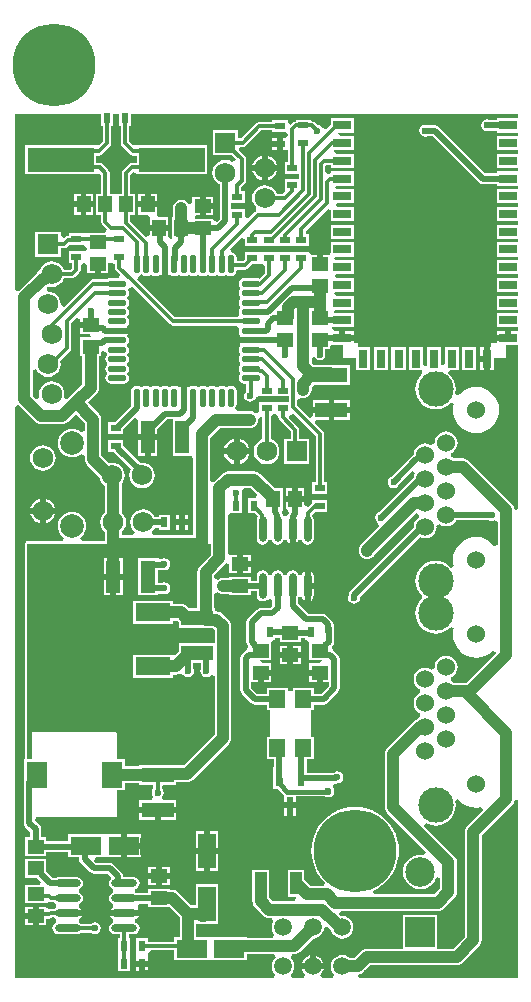
<source format=gtl>
G04*
G04 #@! TF.GenerationSoftware,Altium Limited,Altium Designer,20.0.11 (256)*
G04*
G04 Layer_Physical_Order=1*
G04 Layer_Color=255*
%FSLAX25Y25*%
%MOIN*%
G70*
G01*
G75*
%ADD16R,0.02362X0.05709*%
%ADD17R,0.10039X0.06102*%
%ADD18R,0.03937X0.07480*%
%ADD19R,0.05512X0.04528*%
%ADD20R,0.10630X0.04921*%
%ADD21R,0.03543X0.02362*%
%ADD22R,0.04921X0.10630*%
%ADD23R,0.05906X0.03150*%
%ADD24R,0.03150X0.05906*%
%ADD25R,0.02362X0.03543*%
%ADD26R,0.21850X0.08071*%
%ADD27R,0.24410X0.22835*%
%ADD28R,0.11811X0.06299*%
%ADD29R,0.07087X0.08661*%
%ADD30O,0.06299X0.02165*%
%ADD31O,0.02165X0.06299*%
%ADD32R,0.05512X0.05906*%
%ADD33R,0.05906X0.11811*%
%ADD34R,0.04528X0.05512*%
%ADD35O,0.02362X0.08661*%
%ADD36O,0.08661X0.02362*%
%ADD68C,0.01968*%
%ADD69C,0.03937*%
%ADD70C,0.01181*%
%ADD71C,0.01575*%
%ADD72C,0.06890*%
%ADD73R,0.06890X0.06890*%
%ADD74R,0.09843X0.09843*%
%ADD75C,0.09843*%
%ADD76R,0.06890X0.06890*%
%ADD77C,0.05906*%
%ADD78C,0.07874*%
%ADD79C,0.06000*%
%ADD80C,0.11811*%
%ADD81C,0.27559*%
%ADD82C,0.02362*%
%ADD83C,0.03937*%
G36*
X168489Y287402D02*
X161299D01*
Y286846D01*
X159107D01*
X159036Y286894D01*
X158268Y287046D01*
X157500Y286894D01*
X156849Y286459D01*
X156413Y285807D01*
X156261Y285039D01*
X156413Y284271D01*
X156849Y283620D01*
X157500Y283185D01*
X158268Y283032D01*
X159036Y283185D01*
X159107Y283233D01*
X161299D01*
Y282677D01*
X168489D01*
Y281496D01*
X161299D01*
Y276772D01*
X168489D01*
Y275590D01*
X161299D01*
Y270866D01*
X168489D01*
Y269685D01*
X161299D01*
Y269129D01*
X157441D01*
X142025Y284545D01*
X141439Y284937D01*
X140748Y285074D01*
X138438D01*
X138366Y285122D01*
X137598Y285275D01*
X136830Y285122D01*
X136179Y284687D01*
X135744Y284036D01*
X135591Y283268D01*
X135744Y282500D01*
X136179Y281849D01*
X136830Y281413D01*
X137598Y281261D01*
X138366Y281413D01*
X138438Y281461D01*
X140000D01*
X155416Y266046D01*
X156002Y265654D01*
X156693Y265516D01*
X161299D01*
Y264961D01*
X168489D01*
Y263779D01*
X161299D01*
Y259055D01*
X168489D01*
Y257874D01*
X161299D01*
Y253150D01*
X168489D01*
Y251969D01*
X161299D01*
Y247244D01*
X168489D01*
Y246063D01*
X161299D01*
Y241339D01*
X168489D01*
Y240158D01*
X161299D01*
Y235433D01*
X168489D01*
Y234252D01*
X161299D01*
Y229528D01*
X168489D01*
Y228346D01*
X161299D01*
Y223622D01*
X168489D01*
Y222441D01*
X161299D01*
Y217717D01*
X168489D01*
Y216535D01*
X166024D01*
Y214173D01*
X165039D01*
Y213189D01*
X161299D01*
Y212598D01*
X159449D01*
Y211024D01*
X159134D01*
Y207283D01*
Y203543D01*
X160512D01*
Y207677D01*
X164370D01*
Y211811D01*
X168489D01*
X168489Y157068D01*
X167307Y156991D01*
X167252Y157413D01*
X166974Y158084D01*
X166533Y158659D01*
X151965Y173226D01*
X151390Y173668D01*
X150719Y173946D01*
X150000Y174040D01*
X147087D01*
X146398Y174569D01*
X146233Y174637D01*
Y175916D01*
X146398Y175984D01*
X147189Y176591D01*
X147796Y177382D01*
X148178Y178304D01*
X148308Y179292D01*
X148178Y180281D01*
X147796Y181202D01*
X147189Y181993D01*
X146398Y182600D01*
X145477Y182982D01*
X144488Y183112D01*
X143500Y182982D01*
X142578Y182600D01*
X141787Y181993D01*
X141180Y181202D01*
X140798Y180281D01*
X140668Y179292D01*
X140697Y179071D01*
X139590Y178431D01*
X139390Y178585D01*
X138469Y178966D01*
X137480Y179096D01*
X136492Y178966D01*
X135570Y178585D01*
X134779Y177978D01*
X134172Y177187D01*
X133790Y176265D01*
X133660Y175276D01*
X133662Y175262D01*
X133273Y175002D01*
X126285Y168014D01*
X126200Y167997D01*
X125549Y167562D01*
X125114Y166911D01*
X124961Y166143D01*
X125114Y165375D01*
X125549Y164723D01*
X126200Y164288D01*
X126969Y164136D01*
X127737Y164288D01*
X128388Y164723D01*
X128823Y165375D01*
X128840Y165459D01*
X133228Y169847D01*
X134172Y169155D01*
X133790Y168234D01*
X133731Y167782D01*
X122151Y156203D01*
X122067Y156186D01*
X121415Y155751D01*
X120980Y155100D01*
X120828Y154332D01*
X120980Y153563D01*
X121415Y152912D01*
X121786Y152664D01*
X122066Y151631D01*
X122066Y151273D01*
X116145Y145352D01*
X115703Y144776D01*
X115425Y144106D01*
X115331Y143387D01*
Y143308D01*
X115425Y142588D01*
X115703Y141918D01*
X116145Y141342D01*
X116720Y140901D01*
X117391Y140623D01*
X118110Y140528D01*
X118830Y140623D01*
X119500Y140901D01*
X120076Y141342D01*
X120335Y141681D01*
X134598Y155944D01*
X135252Y155637D01*
X135383Y155165D01*
X135368Y154335D01*
X134779Y153883D01*
X134172Y153092D01*
X133790Y152171D01*
X133660Y151182D01*
X133694Y150923D01*
X112502Y129731D01*
X112111Y129145D01*
X111973Y128454D01*
Y128399D01*
X111925Y128327D01*
X111773Y127559D01*
X111925Y126791D01*
X112360Y126140D01*
X113012Y125705D01*
X113779Y125552D01*
X114548Y125705D01*
X115199Y126140D01*
X115634Y126791D01*
X115787Y127559D01*
X115729Y127849D01*
X135700Y147820D01*
X136492Y147492D01*
X137480Y147362D01*
X138469Y147492D01*
X139390Y147874D01*
X140182Y148481D01*
X140789Y149272D01*
X141170Y150193D01*
X141300Y151182D01*
X141271Y151403D01*
X142378Y152043D01*
X142578Y151889D01*
X143500Y151508D01*
X144488Y151378D01*
X145477Y151508D01*
X146398Y151889D01*
X147189Y152497D01*
X147796Y153288D01*
X147839Y153391D01*
X158924D01*
X158996Y153343D01*
X159764Y153191D01*
X160532Y153343D01*
X160606Y153393D01*
X161787Y152762D01*
Y145267D01*
X160606Y144845D01*
X159943Y145652D01*
X158774Y146612D01*
X157440Y147325D01*
X155993Y147764D01*
X154488Y147912D01*
X152983Y147764D01*
X151536Y147325D01*
X150202Y146612D01*
X149033Y145652D01*
X148074Y144483D01*
X147361Y143150D01*
X146922Y141703D01*
X146774Y140198D01*
X146922Y138693D01*
X147079Y138175D01*
X146017Y137607D01*
X145740Y137945D01*
X144721Y138782D01*
X143558Y139403D01*
X142296Y139786D01*
X140984Y139915D01*
X139672Y139786D01*
X138411Y139403D01*
X137248Y138782D01*
X136229Y137945D01*
X135392Y136926D01*
X134771Y135764D01*
X134388Y134502D01*
X134259Y133190D01*
X134388Y131878D01*
X134771Y130616D01*
X135392Y129454D01*
X136229Y128434D01*
X136287Y128387D01*
Y127206D01*
X136229Y127158D01*
X135392Y126139D01*
X134771Y124976D01*
X134388Y123714D01*
X134259Y122402D01*
X134388Y121090D01*
X134771Y119829D01*
X135392Y118666D01*
X136229Y117647D01*
X137248Y116811D01*
X138411Y116189D01*
X139672Y115806D01*
X140984Y115677D01*
X142296Y115806D01*
X143558Y116189D01*
X144721Y116811D01*
X145740Y117647D01*
X146017Y117985D01*
X147079Y117417D01*
X146922Y116900D01*
X146774Y115395D01*
X146922Y113890D01*
X147361Y112442D01*
X148074Y111109D01*
X149033Y109940D01*
X150202Y108980D01*
X151536Y108267D01*
X152983Y107828D01*
X154488Y107680D01*
X155993Y107828D01*
X157440Y108267D01*
X158774Y108980D01*
X159888Y109895D01*
X160147Y109879D01*
X161171Y109574D01*
X161240Y109266D01*
X151211Y99237D01*
X147087D01*
X146398Y99766D01*
X146233Y99834D01*
Y101112D01*
X146398Y101181D01*
X147189Y101788D01*
X147796Y102579D01*
X148178Y103500D01*
X148308Y104489D01*
X148178Y105478D01*
X147796Y106399D01*
X147189Y107190D01*
X146398Y107797D01*
X145477Y108179D01*
X144488Y108309D01*
X143500Y108179D01*
X142578Y107797D01*
X141787Y107190D01*
X141180Y106399D01*
X140798Y105478D01*
X140668Y104489D01*
X140697Y104268D01*
X139590Y103628D01*
X139390Y103782D01*
X138469Y104163D01*
X137480Y104293D01*
X136492Y104163D01*
X135570Y103782D01*
X134779Y103174D01*
X134172Y102383D01*
X133790Y101462D01*
X133660Y100473D01*
X133790Y99485D01*
X134172Y98563D01*
X134779Y97772D01*
X135570Y97165D01*
X135735Y97097D01*
Y95818D01*
X135570Y95750D01*
X134779Y95143D01*
X134172Y94352D01*
X133790Y93431D01*
X133660Y92442D01*
X133790Y91453D01*
X134172Y90532D01*
X134779Y89741D01*
X135570Y89134D01*
X135735Y89065D01*
Y87787D01*
X135570Y87719D01*
X134779Y87112D01*
X134571Y86841D01*
X134516Y86818D01*
X133940Y86376D01*
X124933Y77369D01*
X124492Y76794D01*
X124214Y76123D01*
X124119Y75404D01*
Y57747D01*
X124214Y57027D01*
X124492Y56357D01*
X124933Y55781D01*
X137899Y42816D01*
X137273Y41771D01*
X137025Y41846D01*
X135906Y41957D01*
X134786Y41846D01*
X133710Y41520D01*
X132719Y40990D01*
X131849Y40277D01*
X131136Y39407D01*
X130606Y38416D01*
X130279Y37340D01*
X130169Y36220D01*
X130279Y35101D01*
X130606Y34025D01*
X131136Y33034D01*
X131849Y32164D01*
X132719Y31451D01*
X133710Y30921D01*
X134786Y30594D01*
X135906Y30484D01*
X137025Y30594D01*
X138101Y30921D01*
X139092Y31451D01*
X139962Y32164D01*
X140675Y33034D01*
X141205Y34025D01*
X141315Y34387D01*
X142496Y34212D01*
Y30679D01*
X140581Y28764D01*
X120288D01*
X120013Y29945D01*
X121472Y30665D01*
X123060Y31726D01*
X124496Y32985D01*
X125755Y34420D01*
X126816Y36008D01*
X127660Y37721D01*
X128274Y39529D01*
X128647Y41402D01*
X128771Y43307D01*
X128647Y45213D01*
X128274Y47085D01*
X127660Y48894D01*
X126816Y50606D01*
X125755Y52194D01*
X124496Y53630D01*
X123060Y54889D01*
X121472Y55949D01*
X119760Y56794D01*
X117952Y57408D01*
X116079Y57780D01*
X114173Y57905D01*
X112268Y57780D01*
X110395Y57408D01*
X108587Y56794D01*
X106874Y55949D01*
X105286Y54889D01*
X103851Y53630D01*
X102592Y52194D01*
X101531Y50606D01*
X100686Y48894D01*
X100073Y47085D01*
X99700Y45213D01*
X99575Y43307D01*
X99700Y41402D01*
X100073Y39529D01*
X100686Y37721D01*
X101531Y36008D01*
X102592Y34420D01*
X103851Y32985D01*
X104174Y32701D01*
X103730Y31520D01*
X99380D01*
X97244Y33656D01*
Y37008D01*
X91732D01*
Y32661D01*
X91708Y32480D01*
X91732Y32300D01*
Y27953D01*
X94329D01*
X94582Y27583D01*
X93959Y26402D01*
X86682D01*
X85457Y27627D01*
Y32480D01*
X85433Y32661D01*
Y37008D01*
X79921D01*
Y32661D01*
X79897Y32480D01*
Y26476D01*
X79992Y25756D01*
X80270Y25086D01*
X80712Y24510D01*
X83565Y21656D01*
X84141Y21215D01*
X84811Y20937D01*
X85531Y20842D01*
X86353D01*
X86935Y19661D01*
X86891Y19603D01*
X86514Y18693D01*
X86385Y17717D01*
X86514Y16740D01*
X86891Y15830D01*
X87177Y15457D01*
X86647Y14276D01*
X78092D01*
Y14492D01*
X66675D01*
X66478Y14492D01*
X65494D01*
X65297Y14492D01*
X61185D01*
Y18890D01*
X63048D01*
X63228Y18866D01*
X63819D01*
X63999Y18890D01*
X68543D01*
Y32276D01*
X61063D01*
Y25102D01*
X59557D01*
X55214Y29446D01*
X54638Y29888D01*
X53967Y30165D01*
X53248Y30260D01*
X52362D01*
Y30610D01*
X45276D01*
Y29287D01*
X41234D01*
X41162Y29335D01*
X40943Y29378D01*
Y30582D01*
X41162Y30626D01*
X41813Y31061D01*
X42248Y31712D01*
X42401Y32480D01*
X42248Y33248D01*
X41813Y33900D01*
X41162Y34335D01*
X40394Y34487D01*
X36790D01*
Y34741D01*
X36652Y35432D01*
X36261Y36018D01*
X33620Y38659D01*
X33034Y39051D01*
X32342Y39188D01*
X27870D01*
X27198Y40005D01*
X27642Y41043D01*
X30020D01*
X30217Y41043D01*
X31201D01*
X31398Y41043D01*
X36024D01*
Y44882D01*
Y48720D01*
X31398D01*
X31201Y48720D01*
X30217D01*
X30020Y48720D01*
X18602D01*
Y46472D01*
X11260D01*
Y47717D01*
X9523D01*
Y50413D01*
X9385Y51105D01*
X8994Y51691D01*
X7456Y53228D01*
X7651Y54409D01*
X34685D01*
Y63465D01*
X37579D01*
Y65803D01*
X42264D01*
Y65236D01*
X46689D01*
X46919Y64055D01*
X46512Y63445D01*
X46359Y62677D01*
X46512Y61909D01*
X46919Y61299D01*
X46871Y61052D01*
X46527Y60118D01*
X42264D01*
Y57854D01*
X54469D01*
Y60118D01*
X50205D01*
X49861Y61052D01*
X49813Y61299D01*
X50220Y61909D01*
X50373Y62677D01*
X50220Y63445D01*
X49813Y64055D01*
X50044Y65236D01*
X54469D01*
Y66197D01*
X58150D01*
X58869Y66291D01*
X59539Y66569D01*
X60115Y67011D01*
X72044Y78940D01*
X72486Y79516D01*
X72764Y80186D01*
X72858Y80905D01*
Y118110D01*
X72764Y118830D01*
X72486Y119500D01*
X72044Y120076D01*
X69879Y122241D01*
X69303Y122683D01*
X68633Y122960D01*
X67913Y123055D01*
X67520D01*
Y124016D01*
X67093D01*
Y128959D01*
X67648Y129291D01*
X68274Y129446D01*
X68689Y129128D01*
X69359Y128850D01*
X70079Y128756D01*
X72244D01*
Y128484D01*
X79331D01*
Y129729D01*
X81330D01*
Y128386D01*
X81482Y127618D01*
X81917Y126967D01*
X82569Y126532D01*
X83337Y126379D01*
X84105Y126532D01*
X84756Y126967D01*
X86192Y127058D01*
X86530Y126694D01*
Y124873D01*
X85866Y124209D01*
X82708D01*
X82017Y124071D01*
X81431Y123680D01*
X78447Y120696D01*
X78056Y120110D01*
X77918Y119419D01*
Y118701D01*
X77756D01*
Y113583D01*
X77918D01*
Y112894D01*
X78056Y112202D01*
X78447Y111616D01*
X78463Y111601D01*
X78131Y110338D01*
X78089Y110304D01*
X77543Y109939D01*
X76479Y108874D01*
X76087Y108288D01*
X75950Y107597D01*
Y96909D01*
X76087Y96218D01*
X76479Y95632D01*
X79589Y92522D01*
X80174Y92130D01*
X80866Y91993D01*
X84646D01*
Y90059D01*
X85630D01*
Y81201D01*
X84646D01*
Y73721D01*
X86973D01*
Y71063D01*
X86811D01*
Y63779D01*
X88477D01*
X90400Y61857D01*
X90551Y61756D01*
Y59547D01*
X94488D01*
Y61387D01*
X104241D01*
X104453Y61244D01*
X105221Y61092D01*
X105990Y61244D01*
X106641Y61680D01*
X107076Y62331D01*
X107229Y63099D01*
X107076Y63867D01*
X106697Y64434D01*
X106794Y64866D01*
X107125Y65615D01*
X107865D01*
X108556Y65752D01*
X108589Y65774D01*
X109036Y65863D01*
X109687Y66298D01*
X110122Y66949D01*
X110275Y67717D01*
X110122Y68485D01*
X109687Y69137D01*
X109036Y69572D01*
X108268Y69725D01*
X107500Y69572D01*
X106985Y69228D01*
X98228D01*
Y71063D01*
X98066D01*
Y73721D01*
X100394D01*
Y81201D01*
X99410D01*
Y90059D01*
X100394D01*
Y91993D01*
X103642D01*
X104333Y92130D01*
X104919Y92522D01*
X108561Y96164D01*
X108952Y96750D01*
X109090Y97441D01*
Y107283D01*
X108952Y107975D01*
X108561Y108561D01*
X107183Y109939D01*
X106824Y110178D01*
X106550Y111123D01*
X106525Y111549D01*
X106592Y111616D01*
X106984Y112202D01*
X107121Y112894D01*
Y113583D01*
X107283D01*
Y118701D01*
X106924D01*
X106787Y119392D01*
X106395Y119978D01*
X104722Y121651D01*
X104136Y122043D01*
X103445Y122180D01*
X98681D01*
X95143Y125719D01*
Y127546D01*
X95191Y127618D01*
X95235Y127837D01*
X96439D01*
X96482Y127618D01*
X96917Y126967D01*
X97352Y126676D01*
Y131535D01*
Y136395D01*
X96917Y136104D01*
X96482Y135453D01*
X96439Y135234D01*
X95235D01*
X95191Y135453D01*
X94756Y136104D01*
X94105Y136539D01*
X93337Y136692D01*
X92569Y136539D01*
X91917Y136104D01*
X91482Y135453D01*
X91439Y135234D01*
X90235D01*
X90191Y135453D01*
X89756Y136104D01*
X89105Y136539D01*
X88337Y136692D01*
X87569Y136539D01*
X86917Y136104D01*
X86482Y135453D01*
X86439Y135234D01*
X85234D01*
X85191Y135453D01*
X84756Y136104D01*
X84105Y136539D01*
X83337Y136692D01*
X82569Y136539D01*
X81917Y136104D01*
X81482Y135453D01*
X81330Y134685D01*
Y133342D01*
X79331D01*
Y134587D01*
X72244D01*
Y134315D01*
X70079D01*
X69359Y134220D01*
X68689Y133943D01*
X68305Y133648D01*
X67269Y134065D01*
X67184Y135202D01*
X70863Y138881D01*
X71063Y139141D01*
X72244Y138746D01*
Y135768D01*
X74803D01*
Y138819D01*
Y141870D01*
X72858D01*
X72244Y141870D01*
X71677Y142816D01*
Y154844D01*
X72441Y155709D01*
X76378D01*
Y160827D01*
X76378D01*
X76338Y162008D01*
X76416Y162402D01*
X76304Y162968D01*
X76703Y163731D01*
X77030Y164149D01*
X79459D01*
X81600Y162008D01*
X81111Y160827D01*
X78346D01*
Y155709D01*
X80887D01*
X81788Y154808D01*
X81482Y154351D01*
X81330Y153583D01*
Y147283D01*
X81482Y146515D01*
X81917Y145864D01*
X82569Y145429D01*
X83337Y145276D01*
X84105Y145429D01*
X84756Y145864D01*
X85191Y146515D01*
X85234Y146734D01*
X86439D01*
X86482Y146515D01*
X86917Y145864D01*
X87569Y145429D01*
X88337Y145276D01*
X89105Y145429D01*
X89756Y145864D01*
X90191Y146515D01*
X90235Y146734D01*
X91439D01*
X91482Y146515D01*
X91917Y145864D01*
X92352Y145574D01*
Y150433D01*
X94321D01*
Y145574D01*
X94756Y145864D01*
X95191Y146515D01*
X95235Y146734D01*
X96439D01*
X96482Y146515D01*
X96917Y145864D01*
X97569Y145429D01*
X98337Y145276D01*
X99105Y145429D01*
X99756Y145864D01*
X100191Y146515D01*
X100344Y147283D01*
Y153583D01*
X100191Y154351D01*
X99756Y155002D01*
X100440Y155943D01*
X100698Y156201D01*
X104921D01*
Y160138D01*
X99803D01*
Y159241D01*
X99686Y159163D01*
X98425Y157902D01*
X97244Y158391D01*
Y159646D01*
X91142D01*
Y157087D01*
X91444D01*
X91787Y156600D01*
X92000Y155905D01*
X91743Y155520D01*
X91680Y155203D01*
X90764Y154800D01*
X90425Y154788D01*
X90068Y155144D01*
X89930Y155835D01*
X89883Y155905D01*
X89961Y157087D01*
X89961D01*
Y164173D01*
X87297D01*
X82576Y168895D01*
X82000Y169336D01*
X81330Y169614D01*
X80610Y169709D01*
X71711D01*
X70992Y169614D01*
X70321Y169336D01*
X69746Y168895D01*
X66953Y166102D01*
X66870Y166104D01*
X65772Y166509D01*
Y180935D01*
X69065Y184228D01*
X79067D01*
X79787Y184323D01*
X80457Y184601D01*
X81033Y185042D01*
X81475Y185618D01*
X81752Y186288D01*
X81839Y186947D01*
X81859Y187017D01*
X82933Y187812D01*
X83241Y187702D01*
Y180377D01*
X82511Y180075D01*
X81627Y179396D01*
X80949Y178512D01*
X80522Y177483D01*
X80377Y176378D01*
X80522Y175273D01*
X80949Y174244D01*
X81627Y173359D01*
X82511Y172681D01*
X83541Y172255D01*
X84646Y172109D01*
X85751Y172255D01*
X86780Y172681D01*
X87664Y173359D01*
X88343Y174244D01*
X88769Y175273D01*
X88915Y176378D01*
X88769Y177483D01*
X88343Y178512D01*
X87664Y179396D01*
X86780Y180075D01*
X86051Y180377D01*
Y187944D01*
X86886Y188779D01*
X87721Y188779D01*
X88556Y187944D01*
Y187795D01*
X88663Y187258D01*
X88967Y186802D01*
X92788Y182981D01*
Y180610D01*
X90413D01*
Y172146D01*
X98878D01*
Y180610D01*
X95598D01*
Y183563D01*
X95491Y184101D01*
X95186Y184556D01*
X92197Y187546D01*
X92504Y188630D01*
X93597Y188986D01*
X100957Y181626D01*
Y166043D01*
X99803D01*
Y162106D01*
X104921D01*
Y166043D01*
X103767D01*
Y182208D01*
X103660Y182745D01*
X103356Y183201D01*
X100730Y185827D01*
X101219Y187008D01*
X105295D01*
Y189272D01*
X100177D01*
Y188050D01*
X98996Y187561D01*
X94909Y191648D01*
Y193452D01*
X96090Y194182D01*
X96131Y194165D01*
X96850Y194071D01*
X97570Y194165D01*
X98240Y194443D01*
X98816Y194885D01*
X99258Y195460D01*
X99535Y196131D01*
X99630Y196850D01*
Y197822D01*
X100406Y198598D01*
X105787D01*
X105968Y198622D01*
X112382D01*
Y205118D01*
X105968D01*
X105787Y205142D01*
X100364D01*
X99630Y205876D01*
Y207597D01*
X100061Y207748D01*
X100811Y207794D01*
X101085Y207384D01*
X101671Y206993D01*
X102362Y206855D01*
X103053Y206993D01*
X103639Y207384D01*
X104031Y207970D01*
X104169Y208661D01*
Y210544D01*
X105905D01*
Y210744D01*
X106181Y211811D01*
X110236D01*
Y207677D01*
X114449D01*
Y203543D01*
X119173D01*
Y211024D01*
X115157D01*
Y212598D01*
X113661D01*
Y213189D01*
X109921D01*
Y214173D01*
X108937D01*
Y216535D01*
X107150D01*
X106366Y217491D01*
X106409Y217717D01*
X107041Y217717D01*
X113661D01*
Y222441D01*
X107474D01*
X107238Y222972D01*
X107590Y223622D01*
X113661D01*
Y228346D01*
X108166D01*
X107277Y229302D01*
X107312Y229528D01*
X113661D01*
Y234252D01*
X107865D01*
X107466Y234695D01*
X107880Y235433D01*
X113661D01*
Y240158D01*
X107590D01*
X107270Y240748D01*
X107590Y241339D01*
X113661D01*
Y246063D01*
X106181D01*
Y243015D01*
X105905Y241948D01*
X105253Y241948D01*
X103347D01*
Y238897D01*
X101378D01*
Y241948D01*
X99578D01*
X98819Y242815D01*
X98060Y242815D01*
X93701D01*
Y242815D01*
X93504D01*
Y242815D01*
X88386D01*
Y242815D01*
X87992D01*
Y242815D01*
X83661D01*
X82874Y242815D01*
X81693Y242815D01*
X77362D01*
Y240274D01*
X76871Y239783D01*
X74741D01*
Y240846D01*
X74596Y241576D01*
X74183Y242195D01*
X73564Y242608D01*
X72923Y242736D01*
X72704Y243077D01*
X72385Y243868D01*
X76181Y247664D01*
X77362Y247175D01*
Y244783D01*
X82480D01*
Y244783D01*
X82874D01*
Y244783D01*
X87205D01*
X87992Y244783D01*
Y244783D01*
X88386D01*
Y244783D01*
X93504D01*
Y244783D01*
X93701D01*
Y244783D01*
X98819D01*
Y248721D01*
X97665D01*
Y249971D01*
X105000Y257306D01*
X106181Y256817D01*
Y253150D01*
X113661D01*
Y257874D01*
X108079D01*
X107774Y258548D01*
X108252Y259055D01*
X113661D01*
Y263779D01*
X107667D01*
X107375Y264370D01*
X107667Y264961D01*
X113661D01*
Y269685D01*
X106181D01*
Y269433D01*
X105604Y268972D01*
X105139Y268824D01*
X104161Y269499D01*
Y271465D01*
X104519Y271823D01*
X106181D01*
Y270866D01*
X113661D01*
Y275590D01*
X107707D01*
X107121Y276616D01*
X107213Y276772D01*
X113661D01*
Y281496D01*
X109114D01*
X108557Y282538D01*
X108650Y282677D01*
X113661D01*
Y287402D01*
X106181D01*
Y285333D01*
X104586Y283738D01*
X103356Y284028D01*
X103279Y284101D01*
X102887Y284687D01*
X102236Y285122D01*
X101468Y285275D01*
X101451Y285272D01*
X100695Y286028D01*
X100240Y286332D01*
X99702Y286439D01*
X99409D01*
Y287008D01*
X94291D01*
Y286392D01*
X94017Y286337D01*
X93561Y286033D01*
X92870Y285342D01*
X91689Y285831D01*
Y286811D01*
X86571D01*
Y286247D01*
X82284D01*
X81746Y286140D01*
X81290Y285836D01*
X76279Y280825D01*
X75098Y281008D01*
Y283524D01*
X66634D01*
Y275059D01*
X73111D01*
X74335Y273836D01*
X74299Y273481D01*
X73065Y272949D01*
X73045Y272954D01*
X73001Y272988D01*
X71971Y273415D01*
X70866Y273560D01*
X69761Y273415D01*
X68732Y272988D01*
X67848Y272310D01*
X67169Y271426D01*
X66743Y270396D01*
X66597Y269291D01*
X66743Y268186D01*
X67169Y267157D01*
X67848Y266273D01*
X68732Y265595D01*
X69060Y265459D01*
Y253957D01*
X68110Y253007D01*
X66929Y253497D01*
Y253898D01*
X60805D01*
X60773Y253936D01*
X60635Y254307D01*
X61198Y255079D01*
X62402D01*
Y258130D01*
Y261181D01*
X59842D01*
Y259129D01*
X58671Y258870D01*
X58230Y259446D01*
X57654Y259888D01*
X56983Y260165D01*
X56264Y260260D01*
X55545Y260165D01*
X54874Y259888D01*
X54299Y259446D01*
X53857Y258870D01*
X53579Y258200D01*
X53484Y257480D01*
Y254390D01*
X52953D01*
Y247337D01*
X52619Y247328D01*
X51772Y248151D01*
Y249862D01*
X45669D01*
Y248412D01*
X44488Y247923D01*
X39200Y253210D01*
Y255257D01*
X40748D01*
Y262344D01*
X39200D01*
Y268476D01*
X40105Y269381D01*
X41286Y268977D01*
Y268799D01*
X64711D01*
Y278445D01*
X41286D01*
Y278445D01*
X40105Y278404D01*
X38853Y279657D01*
Y284842D01*
X39416D01*
Y288976D01*
X168489D01*
Y287402D01*
D02*
G37*
G36*
X35479Y284842D02*
X36043D01*
Y279075D01*
X36150Y278537D01*
X36454Y278081D01*
X39154Y275382D01*
X39610Y275077D01*
X40147Y274970D01*
X41286D01*
Y272476D01*
X39809D01*
X39271Y272369D01*
X38815Y272065D01*
X36802Y270051D01*
X36497Y269596D01*
X36390Y269058D01*
Y262344D01*
X34646D01*
Y262344D01*
X33957D01*
Y262344D01*
X32331D01*
Y269290D01*
X32224Y269828D01*
X31920Y270283D01*
X30138Y272065D01*
X29682Y272369D01*
X29145Y272476D01*
X27703D01*
Y274970D01*
X28783D01*
X29321Y275077D01*
X29777Y275382D01*
X32536Y278140D01*
X32840Y278596D01*
X32947Y279134D01*
Y284842D01*
X33511D01*
Y288976D01*
X35479D01*
Y284842D01*
D02*
G37*
G36*
X86571Y282874D02*
X91150Y282874D01*
X91679Y281890D01*
X91150Y280906D01*
X90114D01*
Y278937D01*
Y276969D01*
X91689D01*
X91804Y275835D01*
Y272933D01*
X90650D01*
Y271071D01*
X90628Y270965D01*
X90650Y270858D01*
Y268996D01*
X95445D01*
Y267028D01*
X90650D01*
Y263091D01*
X89807Y262274D01*
X88054D01*
X87752Y263004D01*
X87074Y263888D01*
X86190Y264566D01*
X85160Y264993D01*
X84055Y265138D01*
X82950Y264993D01*
X81921Y264566D01*
X81037Y263888D01*
X80358Y263004D01*
X79932Y261974D01*
X79786Y260870D01*
X79932Y259765D01*
X80358Y258735D01*
X81037Y257851D01*
X81198Y257727D01*
X81179Y257190D01*
X80986Y256401D01*
X80699Y256210D01*
X78543Y254054D01*
X77362Y254543D01*
Y257283D01*
X72672D01*
Y259252D01*
X77362D01*
Y263189D01*
X76208D01*
Y264500D01*
X77371Y265663D01*
X77676Y266119D01*
X77783Y266657D01*
Y273780D01*
X77676Y274317D01*
X77371Y274773D01*
X75439Y276705D01*
X75921Y277886D01*
X76732D01*
X77270Y277993D01*
X77726Y278298D01*
X82865Y283438D01*
X86571D01*
Y282874D01*
D02*
G37*
G36*
X29574Y284842D02*
X30137D01*
Y279716D01*
X28879Y278458D01*
X27703Y278445D01*
Y278445D01*
X4278D01*
Y268799D01*
X27703D01*
Y268799D01*
X28847Y268980D01*
X29521Y268444D01*
Y262344D01*
X27854D01*
Y255257D01*
X29521D01*
Y252742D01*
X29628Y252204D01*
X29933Y251749D01*
X31288Y250394D01*
X30798Y249213D01*
X24918D01*
X24803Y249213D01*
X24803Y249213D01*
X23819Y249016D01*
Y249016D01*
X18701D01*
Y248255D01*
X18504D01*
X17966Y248148D01*
X17511Y247844D01*
X17224Y247558D01*
X16043Y248047D01*
Y249665D01*
X7579D01*
Y241201D01*
X16043D01*
Y244028D01*
X17087D01*
X17624Y244135D01*
X18080Y244440D01*
X18719Y245079D01*
X23652D01*
X24665Y244269D01*
Y243518D01*
X23819Y243110D01*
X23622Y243110D01*
X18701D01*
Y239173D01*
X19855D01*
Y237590D01*
X19103Y236838D01*
X16991D01*
X16689Y237567D01*
X16011Y238452D01*
X15126Y239130D01*
X14097Y239556D01*
X12992Y239702D01*
X11887Y239556D01*
X10858Y239130D01*
X9974Y238452D01*
X9295Y237567D01*
X8869Y236538D01*
X8860Y236467D01*
X8610Y236364D01*
X8034Y235922D01*
X1984Y229872D01*
X1935Y229872D01*
X803Y230276D01*
Y288976D01*
X29574D01*
Y284842D01*
D02*
G37*
G36*
X34166Y238966D02*
Y237659D01*
X34273Y237121D01*
X34577Y236665D01*
X35871Y235371D01*
X35382Y234190D01*
X32776D01*
X32046Y234045D01*
X31512Y233688D01*
X26811D01*
X26274Y233581D01*
X25818Y233277D01*
X17165Y224624D01*
X16046Y225175D01*
X16080Y225433D01*
X15934Y226538D01*
X15508Y227568D01*
X14830Y228452D01*
X13945Y229130D01*
X12916Y229556D01*
X12072Y229667D01*
X11568Y230330D01*
X11373Y230836D01*
X11673Y231370D01*
X11708Y231384D01*
X11887Y231310D01*
X12992Y231164D01*
X14097Y231310D01*
X15126Y231736D01*
X16011Y232415D01*
X16689Y233299D01*
X16991Y234028D01*
X19685D01*
X20223Y234135D01*
X20678Y234440D01*
X22253Y236014D01*
X22558Y236470D01*
X22665Y237008D01*
Y238633D01*
X23819Y239173D01*
X24803Y238633D01*
Y235827D01*
X27362D01*
Y238878D01*
X29331D01*
Y235827D01*
X31890D01*
Y239031D01*
X33012Y239173D01*
X34166Y238966D01*
D02*
G37*
G36*
X82480Y238878D02*
X83193D01*
X84028Y238043D01*
Y235837D01*
X82192Y234001D01*
X82127Y234045D01*
X81398Y234190D01*
X77264D01*
X76534Y234045D01*
X75915Y233632D01*
X75502Y233013D01*
X75357Y232283D01*
X75502Y231554D01*
X75915Y230935D01*
Y230482D01*
X75502Y229864D01*
X75357Y229134D01*
X75502Y228404D01*
X75915Y227786D01*
Y227332D01*
X75502Y226714D01*
X75357Y225984D01*
X75502Y225255D01*
X75915Y224636D01*
Y224183D01*
X75502Y223564D01*
X75357Y222835D01*
X75469Y222271D01*
X75295Y221822D01*
X74760Y221090D01*
X54126D01*
X41569Y233647D01*
X41958Y234929D01*
X42068Y234951D01*
X42687Y235364D01*
X43140D01*
X43758Y234951D01*
X44488Y234806D01*
X45218Y234951D01*
X46063Y235277D01*
X46908Y234951D01*
X47638Y234806D01*
X48368Y234951D01*
X49213Y235277D01*
X49803Y235049D01*
Y238780D01*
X51772D01*
Y235049D01*
X52362Y235277D01*
X53207Y234951D01*
X53937Y234806D01*
X54667Y234951D01*
X55512Y235277D01*
X56357Y234951D01*
X57087Y234806D01*
X57816Y234951D01*
X58661Y235277D01*
X59507Y234951D01*
X60236Y234806D01*
X60966Y234951D01*
X61811Y235277D01*
X62656Y234951D01*
X63386Y234806D01*
X64116Y234951D01*
X64961Y235277D01*
X65806Y234951D01*
X66535Y234806D01*
X67265Y234951D01*
X68110Y235277D01*
X68955Y234951D01*
X69685Y234806D01*
X70415Y234951D01*
X71260Y235277D01*
X72105Y234951D01*
X72835Y234806D01*
X73564Y234951D01*
X74183Y235364D01*
X74596Y235983D01*
X74741Y236713D01*
Y236973D01*
X77453D01*
X77991Y237080D01*
X78447Y237385D01*
X79940Y238878D01*
X82480Y238878D01*
D02*
G37*
G36*
X22441Y220358D02*
Y219587D01*
X25984D01*
Y217618D01*
X22441D01*
Y215551D01*
X25686D01*
X26210Y214370D01*
X22441D01*
Y208268D01*
X23205D01*
Y198789D01*
X19097Y194682D01*
X18149Y193734D01*
X17196Y194287D01*
X17122Y194377D01*
X17261Y195433D01*
X17116Y196538D01*
X16689Y197567D01*
X16011Y198452D01*
X15126Y199130D01*
X14097Y199556D01*
X12992Y199702D01*
X11887Y199556D01*
X10858Y199130D01*
X9974Y198452D01*
X9295Y197567D01*
X8869Y196538D01*
X8723Y195433D01*
X8862Y194377D01*
X8789Y194287D01*
X7835Y193734D01*
X6717Y194852D01*
Y203586D01*
X7898Y203821D01*
X8114Y203299D01*
X8793Y202415D01*
X9677Y201736D01*
X10706Y201310D01*
X11811Y201164D01*
X12916Y201310D01*
X13945Y201736D01*
X14830Y202415D01*
X15508Y203299D01*
X15934Y204328D01*
X16080Y205433D01*
X15939Y206502D01*
X19202Y209765D01*
X19507Y210221D01*
X19614Y210759D01*
Y217594D01*
X19515Y218089D01*
Y219103D01*
X21260Y220848D01*
X22441Y220358D01*
D02*
G37*
G36*
X52551Y218692D02*
X53007Y218387D01*
X53544Y218280D01*
X74760D01*
X75295Y217548D01*
X75469Y217099D01*
X75357Y216535D01*
X75502Y215806D01*
X75828Y214961D01*
X75600Y214370D01*
X79331D01*
Y212402D01*
X75672D01*
X75915Y212038D01*
Y211584D01*
X75502Y210966D01*
X75357Y210236D01*
X75502Y209507D01*
X75915Y208888D01*
Y208435D01*
X75502Y207816D01*
X75357Y207087D01*
X75502Y206357D01*
X75915Y205738D01*
Y205285D01*
X75502Y204667D01*
X75357Y203937D01*
X75502Y203207D01*
X75915Y202589D01*
Y202136D01*
X75502Y201517D01*
X75357Y200787D01*
X75502Y200058D01*
X75915Y199439D01*
X76534Y199026D01*
X77264Y198881D01*
X77926D01*
Y196442D01*
X77715Y196301D01*
X77280Y195650D01*
X77127Y194882D01*
X77280Y194114D01*
X77715Y193463D01*
X78366Y193028D01*
X79134Y192875D01*
X79902Y193028D01*
X80553Y193463D01*
X80988Y194114D01*
X81038Y194365D01*
X82087Y194685D01*
Y194685D01*
X87205D01*
Y194685D01*
X87402Y194685D01*
Y194685D01*
X92099D01*
Y192717D01*
X88386D01*
X87402Y192717D01*
X86221Y192717D01*
X82087D01*
Y189540D01*
X81428Y189186D01*
X80905Y189071D01*
X80457Y189415D01*
X79787Y189693D01*
X79067Y189788D01*
X74680D01*
X74352Y190507D01*
X74245Y190969D01*
X74596Y191495D01*
X74741Y192224D01*
Y196358D01*
X74596Y197088D01*
X74183Y197706D01*
X73564Y198120D01*
X72835Y198265D01*
X72105Y198120D01*
X71260Y197794D01*
X70415Y198120D01*
X69685Y198265D01*
X68955Y198120D01*
X68110Y197794D01*
X67265Y198120D01*
X66535Y198265D01*
X65806Y198120D01*
X64961Y197794D01*
X64116Y198120D01*
X63386Y198265D01*
X62656Y198120D01*
X61811Y197794D01*
X60966Y198120D01*
X60236Y198265D01*
X59507Y198120D01*
X58661Y197794D01*
X58071Y198022D01*
Y194291D01*
X56102D01*
Y198022D01*
X55512Y197794D01*
X54667Y198120D01*
X53937Y198265D01*
X53207Y198120D01*
X52362Y197794D01*
X51517Y198120D01*
X50787Y198265D01*
X50058Y198120D01*
X49213Y197794D01*
X48368Y198120D01*
X47638Y198265D01*
X46908Y198120D01*
X46063Y197794D01*
X45218Y198120D01*
X44488Y198265D01*
X43758Y198120D01*
X42913Y197794D01*
X42068Y198120D01*
X41339Y198265D01*
X40609Y198120D01*
X39990Y197706D01*
X39577Y197088D01*
X39432Y196358D01*
Y192224D01*
X39495Y191909D01*
Y191459D01*
X34060Y186024D01*
X31831D01*
Y182087D01*
X36949D01*
Y183804D01*
X40694Y187548D01*
X41732Y186917D01*
Y182087D01*
X48228D01*
Y183863D01*
X51536Y187170D01*
X53347D01*
Y175000D01*
X59031D01*
X59842Y175000D01*
X60212Y173972D01*
Y148449D01*
X46823D01*
X46422Y149630D01*
X46562Y149737D01*
X47240Y150621D01*
X47376Y150950D01*
X48622D01*
Y150197D01*
X52559D01*
Y155315D01*
X48622D01*
Y154562D01*
X47376D01*
X47240Y154890D01*
X46562Y155774D01*
X45678Y156453D01*
X44648Y156879D01*
X43543Y157025D01*
X42439Y156879D01*
X41409Y156453D01*
X40525Y155774D01*
X39846Y154890D01*
X39420Y153861D01*
X39274Y152756D01*
X39420Y151651D01*
X39846Y150621D01*
X40525Y149737D01*
X40665Y149630D01*
X40264Y148449D01*
X36362D01*
Y149584D01*
X36562Y149737D01*
X37240Y150621D01*
X37667Y151651D01*
X37812Y152756D01*
X37667Y153861D01*
X37240Y154890D01*
X36562Y155774D01*
X36362Y155927D01*
Y165606D01*
X36830Y166215D01*
X37256Y167245D01*
X37402Y168350D01*
X37256Y169455D01*
X36830Y170484D01*
X36151Y171368D01*
X35267Y172047D01*
X34238Y172473D01*
X33133Y172618D01*
X32220Y172498D01*
X29591Y175127D01*
Y186968D01*
X29496Y187688D01*
X29219Y188358D01*
X28777Y188934D01*
X24994Y192717D01*
X27950Y195672D01*
X28392Y196248D01*
X28669Y196918D01*
X28764Y197638D01*
Y208268D01*
X29528D01*
Y209593D01*
X29750Y209729D01*
X29879Y209746D01*
X31014Y209507D01*
X31427Y208888D01*
Y208435D01*
X31014Y207816D01*
X30869Y207087D01*
X31014Y206357D01*
X31427Y205738D01*
Y205285D01*
X31014Y204667D01*
X30869Y203937D01*
X31014Y203207D01*
X31427Y202589D01*
Y202136D01*
X31014Y201517D01*
X30869Y200787D01*
X31014Y200058D01*
X31427Y199439D01*
X32046Y199026D01*
X32776Y198881D01*
X36909D01*
X37639Y199026D01*
X38258Y199439D01*
X38671Y200058D01*
X38816Y200787D01*
X38671Y201517D01*
X38258Y202136D01*
Y202589D01*
X38671Y203207D01*
X38816Y203937D01*
X38671Y204667D01*
X38258Y205285D01*
Y205738D01*
X38671Y206357D01*
X38816Y207087D01*
X38671Y207816D01*
X38258Y208435D01*
Y208888D01*
X38671Y209507D01*
X38816Y210236D01*
X38671Y210966D01*
X38258Y211584D01*
Y212038D01*
X38671Y212656D01*
X38816Y213386D01*
X38671Y214116D01*
X38258Y214734D01*
Y215187D01*
X38501Y215551D01*
X34843D01*
Y217520D01*
X38501D01*
X38258Y217884D01*
Y218337D01*
X38671Y218955D01*
X38816Y219685D01*
X38671Y220415D01*
X38258Y221033D01*
Y221486D01*
X38671Y222105D01*
X38816Y222835D01*
X38671Y223564D01*
X38258Y224183D01*
Y224636D01*
X38671Y225255D01*
X38816Y225984D01*
X38671Y226714D01*
X38258Y227332D01*
Y227786D01*
X38671Y228404D01*
X38816Y229134D01*
X38671Y229864D01*
X38559Y230031D01*
X38865Y230910D01*
X40102Y231140D01*
X52551Y218692D01*
D02*
G37*
G36*
X7483Y186223D02*
X8059Y185782D01*
X8729Y185504D01*
X9449Y185409D01*
X16535D01*
X17255Y185504D01*
X17925Y185782D01*
X18501Y186223D01*
X21063Y188786D01*
X24032Y185817D01*
Y183313D01*
X24017Y183299D01*
X22851Y182813D01*
X22500Y183101D01*
X21679Y183539D01*
X20788Y183810D01*
X19862Y183901D01*
X18936Y183810D01*
X18045Y183539D01*
X17225Y183101D01*
X16505Y182510D01*
X15915Y181791D01*
X15476Y180970D01*
X15206Y180080D01*
X15115Y179154D01*
X15206Y178227D01*
X15476Y177337D01*
X15915Y176516D01*
X16505Y175797D01*
X17225Y175206D01*
X18045Y174768D01*
X18936Y174497D01*
X19862Y174406D01*
X20788Y174497D01*
X21679Y174768D01*
X22500Y175206D01*
X22851Y175494D01*
X24017Y175008D01*
X24032Y174994D01*
Y173976D01*
X24126Y173257D01*
X24404Y172586D01*
X24846Y172011D01*
X28918Y167938D01*
X29010Y167245D01*
X29436Y166215D01*
X30114Y165331D01*
X30803Y164803D01*
Y155988D01*
X30525Y155774D01*
X29846Y154890D01*
X29420Y153861D01*
X29274Y152756D01*
X29420Y151651D01*
X29846Y150621D01*
X30525Y149737D01*
X30803Y149524D01*
Y146472D01*
X23015D01*
X22550Y147517D01*
X22555Y147653D01*
X23219Y148198D01*
X23809Y148918D01*
X24248Y149738D01*
X24518Y150629D01*
X24610Y151555D01*
X24518Y152481D01*
X24248Y153372D01*
X23809Y154193D01*
X23219Y154912D01*
X22500Y155502D01*
X21679Y155941D01*
X20788Y156211D01*
X19862Y156302D01*
X18936Y156211D01*
X18045Y155941D01*
X17225Y155502D01*
X16505Y154912D01*
X15915Y154193D01*
X15476Y153372D01*
X15206Y152481D01*
X15115Y151555D01*
X15206Y150629D01*
X15476Y149738D01*
X15915Y148918D01*
X16505Y148198D01*
X17170Y147653D01*
X17174Y147517D01*
X16710Y146472D01*
X4858D01*
X4551Y146411D01*
X4291Y146237D01*
X4117Y145976D01*
X4056Y145669D01*
X4056Y73701D01*
X3720D01*
Y66119D01*
X3705Y66043D01*
Y52618D01*
X3843Y51927D01*
X4234Y51341D01*
X5910Y49665D01*
Y47717D01*
X4173D01*
Y41614D01*
X11260D01*
Y42859D01*
X18602D01*
Y41043D01*
X22147D01*
Y40534D01*
X22285Y39843D01*
X22677Y39257D01*
X25829Y36105D01*
X26415Y35713D01*
X27106Y35576D01*
X31594D01*
X32729Y34441D01*
X32675Y33900D01*
X32240Y33248D01*
X32087Y32480D01*
X32240Y31712D01*
X32675Y31061D01*
X33326Y30626D01*
X33546Y30582D01*
Y29378D01*
X33326Y29335D01*
X32675Y28899D01*
X32240Y28248D01*
X32087Y27480D01*
X32240Y26712D01*
X32675Y26061D01*
X33326Y25626D01*
X33546Y25583D01*
Y24378D01*
X33326Y24335D01*
X32675Y23900D01*
X32385Y23465D01*
X42104D01*
X41813Y23900D01*
X41721Y25336D01*
X42086Y25674D01*
X45276D01*
Y24508D01*
X52289D01*
X55626Y21171D01*
Y14492D01*
X53880D01*
Y12901D01*
X45118D01*
Y14055D01*
X41181D01*
Y9331D01*
X41181Y8150D01*
X41181Y7756D01*
Y6575D01*
X45118D01*
Y7756D01*
X45118Y8937D01*
X45984Y10091D01*
X53880D01*
Y6815D01*
X65297D01*
X65494Y6815D01*
X66478D01*
X66675Y6815D01*
X78092D01*
Y8716D01*
X87276D01*
X87677Y7535D01*
X87490Y7392D01*
X86891Y6611D01*
X86514Y5701D01*
X86385Y4724D01*
X86514Y3748D01*
X86891Y2838D01*
X87490Y2057D01*
X87585Y1984D01*
X87184Y803D01*
X803D01*
X803Y191318D01*
X1935Y191722D01*
X1984Y191723D01*
X7483Y186223D01*
D02*
G37*
G36*
X66118Y141998D02*
X62348Y138228D01*
X61906Y137652D01*
X61629Y136982D01*
X61534Y136262D01*
Y124016D01*
X58695D01*
X57969Y124741D01*
X57394Y125183D01*
X56723Y125461D01*
X56004Y125555D01*
X53543D01*
Y126654D01*
X40157D01*
Y118780D01*
X53543D01*
Y119996D01*
X54853D01*
X55315Y119534D01*
Y117520D01*
X64133D01*
X64314Y117496D01*
X66762D01*
X67299Y116959D01*
Y112402D01*
X55315D01*
Y109541D01*
X54174Y108400D01*
X53543Y108661D01*
Y108661D01*
X40157D01*
Y100787D01*
X53543D01*
Y101945D01*
X54429D01*
X55149Y102039D01*
X55449Y102164D01*
X55948Y102257D01*
X57028Y101756D01*
X57045Y101730D01*
X57696Y101295D01*
X58465Y101143D01*
X59233Y101295D01*
X59884Y101730D01*
X60319Y102382D01*
X60472Y103150D01*
X60319Y103918D01*
X60271Y103989D01*
Y105905D01*
X62761D01*
Y103989D01*
X62713Y103918D01*
X62560Y103150D01*
X62713Y102382D01*
X63148Y101730D01*
X63799Y101295D01*
X64567Y101143D01*
X65335Y101295D01*
X65986Y101730D01*
X66118Y101928D01*
X67299Y101569D01*
Y82057D01*
X56998Y71756D01*
X51713D01*
X51532Y71732D01*
X42264D01*
Y71362D01*
X37579D01*
Y73701D01*
X34685D01*
Y82534D01*
X34463Y82756D01*
X6535D01*
Y73701D01*
X4859D01*
X4858Y145669D01*
X66118Y145669D01*
Y141998D01*
D02*
G37*
G36*
X88976Y112795D02*
X96063D01*
Y114040D01*
X97441D01*
Y113583D01*
X97882D01*
X98819Y112992D01*
Y106890D01*
X103080D01*
X102556Y105709D01*
X98819D01*
Y103642D01*
X102362D01*
Y102657D01*
X103346D01*
Y99606D01*
X105477D01*
Y98189D01*
X102893Y95606D01*
X100394D01*
Y97539D01*
X93307D01*
Y96457D01*
X91732D01*
Y97539D01*
X84646D01*
Y95606D01*
X81614D01*
X79562Y97657D01*
Y99606D01*
X81693D01*
Y102657D01*
X82677D01*
Y103642D01*
X86221D01*
Y105709D01*
X82975D01*
X82451Y106890D01*
X86221D01*
Y112992D01*
X87157Y113583D01*
X87598D01*
Y114335D01*
X88976D01*
Y112795D01*
D02*
G37*
G36*
X149033Y59940D02*
X150202Y58980D01*
X151536Y58267D01*
X152983Y57828D01*
X154488Y57680D01*
X155993Y57828D01*
X156238Y57903D01*
X156865Y56858D01*
X151578Y51572D01*
X151136Y50996D01*
X150858Y50326D01*
X150764Y49606D01*
Y14537D01*
X146880Y10654D01*
X141614D01*
Y21929D01*
X130197D01*
Y10654D01*
X118110D01*
X117391Y10559D01*
X116720Y10281D01*
X116145Y9839D01*
X113809Y7504D01*
X112364D01*
X111729Y7991D01*
X110819Y8368D01*
X109843Y8497D01*
X108866Y8368D01*
X107956Y7991D01*
X107175Y7392D01*
X106576Y6611D01*
X106199Y5701D01*
X106070Y4724D01*
X106199Y3748D01*
X106576Y2838D01*
X107175Y2057D01*
X107270Y1984D01*
X106869Y803D01*
X102973D01*
X102572Y1984D01*
X102667Y2057D01*
X103267Y2838D01*
X103641Y3740D01*
X96359D01*
X96733Y2838D01*
X97333Y2057D01*
X97428Y1984D01*
X97027Y803D01*
X93131D01*
X92730Y1984D01*
X92825Y2057D01*
X93424Y2838D01*
X93801Y3748D01*
X93930Y4724D01*
X93801Y5701D01*
X93424Y6611D01*
X92825Y7392D01*
X92638Y7535D01*
X93039Y8716D01*
X93779D01*
X94499Y8811D01*
X95169Y9089D01*
X95745Y9531D01*
X100183Y13968D01*
X100976Y14073D01*
X101886Y14449D01*
X102667Y15049D01*
X103267Y15830D01*
X103644Y16740D01*
X103737Y17445D01*
X104441Y17830D01*
X104938Y17914D01*
X106117Y16735D01*
X106240Y16641D01*
X106576Y15830D01*
X107175Y15049D01*
X107956Y14449D01*
X108866Y14073D01*
X109843Y13944D01*
X110819Y14073D01*
X111729Y14449D01*
X112510Y15049D01*
X113110Y15830D01*
X113486Y16740D01*
X113615Y17717D01*
X113486Y18693D01*
X113110Y19603D01*
X112510Y20384D01*
X111729Y20983D01*
X110819Y21360D01*
X109843Y21489D01*
X109471Y21440D01*
X108900Y22087D01*
X109376Y23205D01*
X141732D01*
X142452Y23299D01*
X143122Y23577D01*
X143698Y24019D01*
X147241Y27562D01*
X147683Y28138D01*
X147960Y28808D01*
X148055Y29528D01*
Y39370D01*
X147961Y40089D01*
X147683Y40760D01*
X147241Y41336D01*
X136976Y51601D01*
X137687Y52560D01*
X138411Y52173D01*
X139672Y51791D01*
X140984Y51661D01*
X142296Y51791D01*
X143558Y52173D01*
X144721Y52795D01*
X145740Y53631D01*
X146576Y54650D01*
X147198Y55813D01*
X147580Y57075D01*
X147710Y58387D01*
X147580Y59699D01*
X147508Y59936D01*
X148570Y60504D01*
X149033Y59940D01*
D02*
G37*
G36*
X168489Y60255D02*
Y803D01*
X115335D01*
X115258Y1984D01*
X115680Y2039D01*
X116350Y2317D01*
X116926Y2759D01*
X119262Y5094D01*
X148031D01*
X148751Y5189D01*
X149421Y5467D01*
X149997Y5909D01*
X155509Y11420D01*
X155951Y11996D01*
X156228Y12666D01*
X156323Y13386D01*
Y48455D01*
X166533Y58664D01*
X166974Y59240D01*
X167252Y59911D01*
X167307Y60333D01*
X168489Y60255D01*
D02*
G37*
%LPC*%
G36*
X48031Y262344D02*
X45965D01*
Y259785D01*
X48031D01*
Y262344D01*
D02*
G37*
G36*
X43996D02*
X41929D01*
Y259785D01*
X43996D01*
Y262344D01*
D02*
G37*
G36*
X66929Y261181D02*
X64370D01*
Y259114D01*
X66929D01*
Y261181D01*
D02*
G37*
G36*
Y257146D02*
X64370D01*
Y255079D01*
X66929D01*
Y257146D01*
D02*
G37*
G36*
X48031Y257816D02*
X44980D01*
X41929D01*
Y255257D01*
X44912D01*
X45669Y254390D01*
X45669Y254076D01*
Y251831D01*
X48720D01*
X51772D01*
Y254390D01*
X48789D01*
X48031Y255257D01*
X48031Y255571D01*
Y257816D01*
D02*
G37*
G36*
X113661Y251969D02*
X106181D01*
Y247244D01*
X113661D01*
Y251969D01*
D02*
G37*
G36*
Y216535D02*
X110906D01*
Y215158D01*
X113661D01*
Y216535D01*
D02*
G37*
G36*
X164055D02*
X161299D01*
Y215158D01*
X164055D01*
Y216535D01*
D02*
G37*
G36*
X157165Y211024D02*
X155787D01*
Y208268D01*
X157165D01*
Y211024D01*
D02*
G37*
G36*
X148701D02*
X143976D01*
Y205655D01*
X142795Y204936D01*
Y211024D01*
X138071D01*
Y204522D01*
X136890Y205259D01*
Y211024D01*
X132165D01*
Y203543D01*
X135863D01*
X136295Y203543D01*
X136609Y202666D01*
X136034Y201723D01*
X135392Y200942D01*
X134771Y199779D01*
X134388Y198518D01*
X134259Y197206D01*
X134388Y195894D01*
X134771Y194632D01*
X135392Y193469D01*
X136229Y192450D01*
X137248Y191614D01*
X138411Y190992D01*
X139672Y190610D01*
X140984Y190480D01*
X142296Y190610D01*
X143558Y190992D01*
X144721Y191614D01*
X145740Y192450D01*
X146017Y192788D01*
X147079Y192220D01*
X146922Y191703D01*
X146774Y190198D01*
X146922Y188693D01*
X147361Y187246D01*
X148074Y185912D01*
X149033Y184743D01*
X150202Y183783D01*
X151536Y183071D01*
X152983Y182632D01*
X154488Y182483D01*
X155993Y182632D01*
X157440Y183071D01*
X158774Y183783D01*
X159943Y184743D01*
X160902Y185912D01*
X161615Y187246D01*
X162054Y188693D01*
X162203Y190198D01*
X162054Y191703D01*
X161615Y193150D01*
X160902Y194483D01*
X159943Y195652D01*
X158774Y196612D01*
X157440Y197325D01*
X155993Y197764D01*
X154488Y197912D01*
X152983Y197764D01*
X151536Y197325D01*
X150202Y196612D01*
X149033Y195652D01*
X148570Y195088D01*
X147508Y195656D01*
X147580Y195894D01*
X147710Y197206D01*
X147580Y198518D01*
X147198Y199779D01*
X146576Y200942D01*
X145740Y201961D01*
X145251Y202362D01*
X145674Y203543D01*
X148701D01*
Y211024D01*
D02*
G37*
G36*
X157165Y206299D02*
X155787D01*
Y203543D01*
X157165D01*
Y206299D01*
D02*
G37*
G36*
X154606Y211024D02*
X149882D01*
Y203543D01*
X154606D01*
Y211024D01*
D02*
G37*
G36*
X130984D02*
X126260D01*
Y203543D01*
X130984D01*
Y211024D01*
D02*
G37*
G36*
X125079D02*
X120354D01*
Y203543D01*
X125079D01*
Y211024D01*
D02*
G37*
G36*
X112382Y193504D02*
X107264D01*
Y191240D01*
X112382D01*
Y193504D01*
D02*
G37*
G36*
X105295D02*
X100177D01*
Y191240D01*
X105295D01*
Y193504D01*
D02*
G37*
G36*
X112382Y189272D02*
X107264D01*
Y187008D01*
X112382D01*
Y189272D01*
D02*
G37*
G36*
X75630Y180517D02*
Y177362D01*
X78785D01*
X78769Y177483D01*
X78343Y178512D01*
X77664Y179396D01*
X76780Y180075D01*
X75750Y180501D01*
X75630Y180517D01*
D02*
G37*
G36*
X73662Y180517D02*
X73541Y180501D01*
X72511Y180075D01*
X71627Y179396D01*
X70949Y178512D01*
X70522Y177483D01*
X70506Y177362D01*
X73662D01*
Y180517D01*
D02*
G37*
G36*
X78785Y175394D02*
X75630D01*
Y172239D01*
X75750Y172255D01*
X76780Y172681D01*
X77664Y173359D01*
X78343Y174244D01*
X78769Y175273D01*
X78785Y175394D01*
D02*
G37*
G36*
X73662D02*
X70506D01*
X70522Y175273D01*
X70949Y174244D01*
X71627Y173359D01*
X72511Y172681D01*
X73541Y172255D01*
X73662Y172239D01*
Y175394D01*
D02*
G37*
G36*
X97244Y164173D02*
X95177D01*
Y161614D01*
X97244D01*
Y164173D01*
D02*
G37*
G36*
X93209D02*
X91142D01*
Y161614D01*
X93209D01*
Y164173D01*
D02*
G37*
G36*
X76772Y141870D02*
Y139803D01*
X79331D01*
Y141870D01*
X76772D01*
D02*
G37*
G36*
X79331Y137835D02*
X76772D01*
Y135768D01*
X79331D01*
Y137835D01*
D02*
G37*
G36*
X99321Y136395D02*
Y132520D01*
X100344D01*
Y134685D01*
X100191Y135453D01*
X99756Y136104D01*
X99321Y136395D01*
D02*
G37*
G36*
X100344Y130551D02*
X99321D01*
Y126676D01*
X99756Y126967D01*
X100191Y127618D01*
X100344Y128386D01*
Y130551D01*
D02*
G37*
G36*
X94488Y57579D02*
X93504D01*
Y54921D01*
X94488D01*
Y57579D01*
D02*
G37*
G36*
X91535D02*
X90551D01*
Y54921D01*
X91535D01*
Y57579D01*
D02*
G37*
G36*
X54469Y55886D02*
X49351D01*
Y53622D01*
X54469D01*
Y55886D01*
D02*
G37*
G36*
X47382D02*
X42264D01*
Y53622D01*
X47382D01*
Y55886D01*
D02*
G37*
G36*
X37992Y48720D02*
Y45866D01*
X42815D01*
Y48720D01*
X37992D01*
D02*
G37*
G36*
X68543Y49992D02*
X65787D01*
Y44284D01*
X68543D01*
Y49992D01*
D02*
G37*
G36*
X63819D02*
X61063D01*
Y44284D01*
X63819D01*
Y49992D01*
D02*
G37*
G36*
X42815Y43898D02*
X37992D01*
Y41043D01*
X42815D01*
Y43898D01*
D02*
G37*
G36*
X68543Y42315D02*
X65787D01*
Y36607D01*
X68543D01*
Y42315D01*
D02*
G37*
G36*
X63819D02*
X61063D01*
Y36607D01*
X63819D01*
Y42315D01*
D02*
G37*
G36*
X52362Y37894D02*
X49803D01*
Y35827D01*
X52362D01*
Y37894D01*
D02*
G37*
G36*
X47835D02*
X45276D01*
Y35827D01*
X47835D01*
Y37894D01*
D02*
G37*
G36*
X52362Y33858D02*
X49803D01*
Y31791D01*
X52362D01*
Y33858D01*
D02*
G37*
G36*
X47835D02*
X45276D01*
Y31791D01*
X47835D01*
Y33858D01*
D02*
G37*
G36*
X88146Y280906D02*
X86571D01*
Y279921D01*
X88146D01*
Y280906D01*
D02*
G37*
G36*
Y277953D02*
X86571D01*
Y276969D01*
X88146D01*
Y277953D01*
D02*
G37*
G36*
X85039Y275009D02*
Y271854D01*
X88194D01*
X88178Y271974D01*
X87752Y273004D01*
X87074Y273888D01*
X86190Y274566D01*
X85160Y274993D01*
X85039Y275009D01*
D02*
G37*
G36*
X83071D02*
X82950Y274993D01*
X81921Y274566D01*
X81037Y273888D01*
X80358Y273004D01*
X79932Y271974D01*
X79916Y271854D01*
X83071D01*
Y275009D01*
D02*
G37*
G36*
X88194Y269885D02*
X85039D01*
Y266730D01*
X85160Y266746D01*
X86190Y267173D01*
X87074Y267851D01*
X87752Y268735D01*
X88178Y269765D01*
X88194Y269885D01*
D02*
G37*
G36*
X83071D02*
X79916D01*
X79932Y269765D01*
X80358Y268735D01*
X81037Y267851D01*
X81921Y267173D01*
X82950Y266746D01*
X83071Y266730D01*
Y269885D01*
D02*
G37*
G36*
X26673Y262344D02*
X24606D01*
Y259785D01*
X26673D01*
Y262344D01*
D02*
G37*
G36*
X22638D02*
X20571D01*
Y259785D01*
X22638D01*
Y262344D01*
D02*
G37*
G36*
X26673Y257816D02*
X24606D01*
Y255257D01*
X26673D01*
Y257816D01*
D02*
G37*
G36*
X22638D02*
X20571D01*
Y255257D01*
X22638D01*
Y257816D01*
D02*
G37*
G36*
X48228Y180118D02*
X45965D01*
Y175000D01*
X48228D01*
Y180118D01*
D02*
G37*
G36*
X43996D02*
X41732D01*
Y175000D01*
X43996D01*
Y180118D01*
D02*
G37*
G36*
X36949Y180118D02*
X31831D01*
Y176181D01*
X33796D01*
X33900Y176026D01*
X39439Y170487D01*
X39436Y170484D01*
X39010Y169455D01*
X38864Y168350D01*
X39010Y167245D01*
X39436Y166215D01*
X40115Y165331D01*
X40999Y164653D01*
X42028Y164226D01*
X43133Y164081D01*
X44238Y164226D01*
X45267Y164653D01*
X46152Y165331D01*
X46830Y166215D01*
X47256Y167245D01*
X47402Y168350D01*
X47256Y169455D01*
X46830Y170484D01*
X46152Y171368D01*
X45267Y172047D01*
X44238Y172473D01*
X43133Y172618D01*
X42500Y172535D01*
X36959Y178076D01*
X36949Y178127D01*
Y180118D01*
D02*
G37*
G36*
X58465Y155315D02*
X57480D01*
Y153740D01*
X58465D01*
Y155315D01*
D02*
G37*
G36*
X55512D02*
X54528D01*
Y153740D01*
X55512D01*
Y155315D01*
D02*
G37*
G36*
X58465Y151772D02*
X57480D01*
Y150197D01*
X58465D01*
Y151772D01*
D02*
G37*
G36*
X55512D02*
X54528D01*
Y150197D01*
X55512D01*
Y151772D01*
D02*
G37*
G36*
X10059Y178481D02*
X8954Y178336D01*
X7925Y177910D01*
X7041Y177231D01*
X6362Y176347D01*
X5936Y175317D01*
X5790Y174213D01*
X5936Y173108D01*
X6362Y172078D01*
X7041Y171194D01*
X7925Y170516D01*
X8954Y170089D01*
X10059Y169944D01*
X11164Y170089D01*
X12194Y170516D01*
X13078Y171194D01*
X13756Y172078D01*
X14182Y173108D01*
X14328Y174213D01*
X14182Y175317D01*
X13756Y176347D01*
X13078Y177231D01*
X12194Y177910D01*
X11164Y178336D01*
X10059Y178481D01*
D02*
G37*
G36*
X11043Y160635D02*
Y157480D01*
X14198D01*
X14182Y157601D01*
X13756Y158630D01*
X13078Y159515D01*
X12194Y160193D01*
X11164Y160619D01*
X11043Y160635D01*
D02*
G37*
G36*
X9075D02*
X8954Y160619D01*
X7925Y160193D01*
X7041Y159515D01*
X6362Y158630D01*
X5936Y157601D01*
X5920Y157480D01*
X9075D01*
Y160635D01*
D02*
G37*
G36*
Y155512D02*
X5920D01*
X5936Y155391D01*
X6362Y154362D01*
X7041Y153478D01*
X7925Y152799D01*
X8954Y152373D01*
X9075Y152357D01*
Y155512D01*
D02*
G37*
G36*
X14198D02*
X11043D01*
Y152357D01*
X11164Y152373D01*
X12194Y152799D01*
X13078Y153478D01*
X13756Y154362D01*
X14182Y155391D01*
X14198Y155512D01*
D02*
G37*
G36*
X11260Y40433D02*
X4173D01*
Y34331D01*
X8213D01*
X9563Y32981D01*
X9111Y31890D01*
X4173D01*
Y25787D01*
X11260D01*
X11260Y25787D01*
X12185Y26127D01*
X12441Y26162D01*
X12874Y26075D01*
X13768D01*
X13778Y26061D01*
X14367Y25667D01*
X14418Y25205D01*
X14399Y24428D01*
X13671Y23885D01*
X12736D01*
X12441Y23826D01*
X11614Y24273D01*
X11260Y24572D01*
Y24606D01*
X8701D01*
Y21555D01*
Y18504D01*
X11260D01*
Y20611D01*
X12272D01*
X12810Y20718D01*
X13265Y21023D01*
X13661Y21052D01*
X14339Y20521D01*
X14379Y19989D01*
X14293Y19244D01*
X13778Y18900D01*
X13343Y18248D01*
X13190Y17480D01*
X13343Y16712D01*
X13778Y16061D01*
X14429Y15626D01*
X15197Y15473D01*
X21496D01*
X22264Y15626D01*
X22819Y15997D01*
X25973D01*
X25982Y15982D01*
X26634Y15547D01*
X27402Y15394D01*
X28170Y15547D01*
X28821Y15982D01*
X29256Y16634D01*
X29409Y17402D01*
X29256Y18170D01*
X28821Y18821D01*
X28170Y19256D01*
X27402Y19409D01*
X26634Y19256D01*
X25982Y18821D01*
X25973Y18807D01*
X22977D01*
X22915Y18900D01*
X22264Y19335D01*
X22045Y19378D01*
Y20583D01*
X22264Y20626D01*
X22915Y21061D01*
X23206Y21496D01*
X18346D01*
Y23465D01*
X23206D01*
X22915Y23900D01*
X22264Y24335D01*
X22045Y24378D01*
Y25583D01*
X22264Y25626D01*
X22915Y26061D01*
X23350Y26712D01*
X23503Y27480D01*
X23350Y28248D01*
X22915Y28899D01*
X22264Y29335D01*
X22045Y29378D01*
Y30582D01*
X22264Y30626D01*
X22915Y31061D01*
X23350Y31712D01*
X23503Y32480D01*
X23350Y33248D01*
X22915Y33900D01*
X22264Y34335D01*
X21496Y34487D01*
X15197D01*
X14429Y34335D01*
X14357Y34287D01*
X13366D01*
X11260Y36393D01*
Y40433D01*
D02*
G37*
G36*
X6732Y24606D02*
X4173D01*
Y22539D01*
X6732D01*
Y24606D01*
D02*
G37*
G36*
Y20571D02*
X4173D01*
Y18504D01*
X6732D01*
Y20571D01*
D02*
G37*
G36*
X45118Y4606D02*
X44134D01*
Y3032D01*
X45118D01*
Y4606D01*
D02*
G37*
G36*
X42165D02*
X41181D01*
Y3032D01*
X42165D01*
Y4606D01*
D02*
G37*
G36*
X42104Y21496D02*
X37244D01*
X32385D01*
X32675Y21061D01*
X33326Y20626D01*
X33546Y20583D01*
Y19378D01*
X33326Y19335D01*
X32675Y18900D01*
X32240Y18248D01*
X32087Y17480D01*
X32240Y16712D01*
X32675Y16061D01*
X33326Y15626D01*
X34095Y15473D01*
X35839D01*
Y14055D01*
X35276D01*
Y8937D01*
X35276D01*
Y8150D01*
X35276D01*
Y3032D01*
X39213D01*
Y8150D01*
X39213D01*
Y8937D01*
X39213D01*
Y14055D01*
X38649D01*
Y15473D01*
X40394D01*
X41162Y15626D01*
X41813Y16061D01*
X42248Y16712D01*
X42401Y17480D01*
X42248Y18248D01*
X41813Y18900D01*
X41162Y19335D01*
X40943Y19378D01*
Y20583D01*
X41162Y20626D01*
X41813Y21061D01*
X42104Y21496D01*
D02*
G37*
G36*
X50591Y140826D02*
X49823Y140673D01*
X49606Y140529D01*
X48425Y140748D01*
Y140748D01*
X41929D01*
Y128543D01*
X48425D01*
Y128902D01*
X49751D01*
X49823Y128854D01*
X50591Y128702D01*
X51359Y128854D01*
X52010Y129289D01*
X52445Y129941D01*
X52598Y130709D01*
X52445Y131477D01*
X52010Y132128D01*
X51359Y132563D01*
X50591Y132716D01*
X49823Y132563D01*
X49751Y132515D01*
X48425D01*
Y136846D01*
X50318D01*
X50367Y136856D01*
X50591Y136812D01*
X51359Y136965D01*
X52010Y137400D01*
X52445Y138051D01*
X52598Y138819D01*
X52445Y139587D01*
X52010Y140238D01*
X51359Y140673D01*
X50591Y140826D01*
D02*
G37*
G36*
X36811Y140748D02*
X34547D01*
Y135630D01*
X36811D01*
Y140748D01*
D02*
G37*
G36*
X32579D02*
X30315D01*
Y135630D01*
X32579D01*
Y140748D01*
D02*
G37*
G36*
X36811Y133661D02*
X34547D01*
Y128543D01*
X36811D01*
Y133661D01*
D02*
G37*
G36*
X32579D02*
X30315D01*
Y128543D01*
X32579D01*
Y133661D01*
D02*
G37*
G36*
X96063Y111614D02*
X93504D01*
Y109547D01*
X96063D01*
Y111614D01*
D02*
G37*
G36*
X91536D02*
X88976D01*
Y109547D01*
X91536D01*
Y111614D01*
D02*
G37*
G36*
X96063Y107579D02*
X93504D01*
Y105512D01*
X96063D01*
Y107579D01*
D02*
G37*
G36*
X91536D02*
X88976D01*
Y105512D01*
X91536D01*
Y107579D01*
D02*
G37*
G36*
X101378Y101673D02*
X98819D01*
Y99606D01*
X101378D01*
Y101673D01*
D02*
G37*
G36*
X86221Y101673D02*
X83661D01*
Y99606D01*
X86221D01*
Y101673D01*
D02*
G37*
G36*
X100984Y8365D02*
Y5709D01*
X103641D01*
X103267Y6611D01*
X102667Y7392D01*
X101886Y7991D01*
X100984Y8365D01*
D02*
G37*
G36*
X99016Y8365D02*
X98114Y7991D01*
X97333Y7392D01*
X96733Y6611D01*
X96359Y5709D01*
X99016D01*
Y8365D01*
D02*
G37*
%LPD*%
D16*
X92520Y58563D02*
D03*
X88779Y67421D02*
D03*
X96260D02*
D03*
D17*
X37008Y44882D02*
D03*
X24409D02*
D03*
X72285Y10654D02*
D03*
X59687D02*
D03*
D18*
X82677Y32480D02*
D03*
X94488D02*
D03*
D19*
X102362Y220878D02*
D03*
Y213595D02*
D03*
X7717Y21555D02*
D03*
Y28839D02*
D03*
X48819Y34843D02*
D03*
Y27559D02*
D03*
X25984Y218602D02*
D03*
Y211319D02*
D03*
X90945Y213595D02*
D03*
Y220878D02*
D03*
X102362Y238897D02*
D03*
Y231613D02*
D03*
X28346Y246161D02*
D03*
Y238878D02*
D03*
X92520Y108563D02*
D03*
Y115847D02*
D03*
X102362Y102657D02*
D03*
Y109941D02*
D03*
X75787Y138819D02*
D03*
Y131535D02*
D03*
X82677Y109941D02*
D03*
Y102657D02*
D03*
X63386Y258130D02*
D03*
Y250847D02*
D03*
X7717Y37382D02*
D03*
Y44665D02*
D03*
D20*
X106280Y190256D02*
D03*
Y201870D02*
D03*
X61417Y109153D02*
D03*
Y120768D02*
D03*
X48366Y68484D02*
D03*
Y56870D02*
D03*
D21*
X84646Y196653D02*
D03*
Y190748D02*
D03*
X89961Y196653D02*
D03*
Y190748D02*
D03*
X96260Y246752D02*
D03*
Y240846D02*
D03*
X90945Y246752D02*
D03*
Y240846D02*
D03*
X85433Y246752D02*
D03*
Y240846D02*
D03*
X79921Y246752D02*
D03*
Y240846D02*
D03*
X34390Y178150D02*
D03*
Y184055D02*
D03*
X89130Y284842D02*
D03*
Y278937D02*
D03*
X93209Y265059D02*
D03*
Y270965D02*
D03*
X35571Y247047D02*
D03*
Y241142D02*
D03*
X21260Y247047D02*
D03*
Y241142D02*
D03*
X102362Y158169D02*
D03*
Y164075D02*
D03*
X96850Y279134D02*
D03*
Y285039D02*
D03*
X74803Y255315D02*
D03*
Y261221D02*
D03*
D22*
X45177Y134646D02*
D03*
X33563D02*
D03*
X56595Y181102D02*
D03*
X44980D02*
D03*
D23*
X165039Y285039D02*
D03*
Y279134D02*
D03*
Y273228D02*
D03*
Y267323D02*
D03*
Y261417D02*
D03*
Y255512D02*
D03*
Y249606D02*
D03*
Y243701D02*
D03*
Y237795D02*
D03*
Y231890D02*
D03*
Y225984D02*
D03*
Y220079D02*
D03*
Y214173D02*
D03*
X109921D02*
D03*
Y220079D02*
D03*
Y225984D02*
D03*
Y231890D02*
D03*
Y237795D02*
D03*
Y243701D02*
D03*
Y249606D02*
D03*
Y255512D02*
D03*
Y261417D02*
D03*
Y267323D02*
D03*
Y273228D02*
D03*
Y279134D02*
D03*
Y285039D02*
D03*
D24*
X158150Y207283D02*
D03*
X152244D02*
D03*
X146339D02*
D03*
X140433D02*
D03*
X134528D02*
D03*
X128622D02*
D03*
X122717D02*
D03*
X116811D02*
D03*
D25*
X50591Y152756D02*
D03*
X56496D02*
D03*
X99409Y116142D02*
D03*
X105315D02*
D03*
X79724D02*
D03*
X85630D02*
D03*
X80315Y158268D02*
D03*
X74409D02*
D03*
X31542Y287402D02*
D03*
X37448D02*
D03*
X43150Y11496D02*
D03*
X37244D02*
D03*
Y5591D02*
D03*
X43150D02*
D03*
D26*
X15991Y273622D02*
D03*
X52999D02*
D03*
D27*
X18583Y113721D02*
D03*
D28*
X46850Y122716D02*
D03*
Y104724D02*
D03*
D29*
X8051Y68583D02*
D03*
X33248D02*
D03*
D30*
X34843Y200787D02*
D03*
Y203937D02*
D03*
Y207087D02*
D03*
Y210236D02*
D03*
Y213386D02*
D03*
Y216535D02*
D03*
Y219685D02*
D03*
Y222835D02*
D03*
Y225984D02*
D03*
Y229134D02*
D03*
Y232283D02*
D03*
X79331Y232283D02*
D03*
Y229134D02*
D03*
Y225984D02*
D03*
Y222835D02*
D03*
Y219685D02*
D03*
Y216535D02*
D03*
Y213386D02*
D03*
Y210236D02*
D03*
Y207087D02*
D03*
Y203937D02*
D03*
Y200787D02*
D03*
D31*
X41339Y238779D02*
D03*
X44488D02*
D03*
X47638D02*
D03*
X50787D02*
D03*
X53937D02*
D03*
X57087D02*
D03*
X60236D02*
D03*
X63386D02*
D03*
X66535D02*
D03*
X69685D02*
D03*
X72835D02*
D03*
X72835Y194291D02*
D03*
X69685D02*
D03*
X66535D02*
D03*
X63386D02*
D03*
X60236D02*
D03*
X57087D02*
D03*
X53937D02*
D03*
X50787D02*
D03*
X47638D02*
D03*
X44488D02*
D03*
X41339D02*
D03*
D32*
X96850Y93799D02*
D03*
X88189D02*
D03*
X96850Y77461D02*
D03*
X88189D02*
D03*
D33*
X64803Y25583D02*
D03*
Y43299D02*
D03*
D34*
X48720Y250847D02*
D03*
X56004D02*
D03*
X30906Y258801D02*
D03*
X23622D02*
D03*
X44980D02*
D03*
X37697D02*
D03*
X94193Y160630D02*
D03*
X86910D02*
D03*
D35*
X98337Y150433D02*
D03*
X93337D02*
D03*
X88337D02*
D03*
X83337D02*
D03*
X98337Y131535D02*
D03*
X93337D02*
D03*
X88337D02*
D03*
X83337D02*
D03*
D36*
X18347Y32480D02*
D03*
Y27480D02*
D03*
Y22480D02*
D03*
Y17480D02*
D03*
X37244Y32480D02*
D03*
Y27480D02*
D03*
Y22480D02*
D03*
Y17480D02*
D03*
D68*
X93209Y231004D02*
X102362D01*
X96260Y67421D02*
X107865D01*
X108161Y67717D01*
X108268D01*
X88779Y67421D02*
Y76870D01*
X88189Y77461D02*
X88779Y76870D01*
X96260Y67421D02*
Y76870D01*
X96850Y77461D01*
X99409Y116043D02*
Y116142D01*
X99213Y115847D02*
X99409Y116043D01*
X92520Y115847D02*
X99213D01*
X92224Y116142D02*
X92520Y115847D01*
X85630Y116142D02*
X92224D01*
X88337Y124125D02*
Y131535D01*
X86614Y122402D02*
X88337Y124125D01*
X82708Y122402D02*
X86614D01*
X79724Y119419D02*
X82708Y122402D01*
X79724Y116142D02*
Y119419D01*
Y112894D02*
Y116142D01*
Y112894D02*
X80905Y111713D01*
Y111221D02*
Y111713D01*
Y111221D02*
X82185Y109941D01*
X82677D01*
X78821Y108661D02*
X81398D01*
X82677Y109941D01*
X77756Y107597D02*
X78821Y108661D01*
X77756Y96909D02*
Y107597D01*
Y96909D02*
X80866Y93799D01*
X88189D01*
X96850D02*
X103642D01*
X107283Y97441D01*
Y107283D01*
X105905Y108661D02*
X107283Y107283D01*
X104134Y108661D02*
X105905D01*
X102854Y109941D02*
X104134Y108661D01*
X102854Y109941D02*
X104134Y111221D01*
Y111713D01*
X105315Y112894D01*
Y116142D01*
X103445Y120374D02*
X105118Y118701D01*
Y116339D02*
Y118701D01*
Y116339D02*
X105315Y116142D01*
X97933Y120374D02*
X103445D01*
X93337Y124970D02*
X97933Y120374D01*
X93337Y124970D02*
Y131535D01*
X90453Y213595D02*
X90945Y213103D01*
X135736Y150411D02*
X136709D01*
X113779Y128454D02*
X135736Y150411D01*
X113779Y127559D02*
Y128454D01*
X63386Y250847D02*
X68504D01*
X70866Y253209D01*
X63386Y238779D02*
Y249508D01*
Y250846D01*
X56004Y249705D02*
Y250847D01*
Y249508D02*
Y249705D01*
Y246319D02*
Y249508D01*
X53937Y240118D02*
X53975Y240156D01*
Y244290D01*
X48720Y250847D02*
X49142Y250425D01*
Y246291D02*
Y250425D01*
X137598Y283268D02*
X140748D01*
X156693Y267323D01*
X70866Y253209D02*
Y269291D01*
X23071Y44665D02*
X23954Y43782D01*
X5512Y66043D02*
X8051Y68583D01*
X5512Y52618D02*
Y66043D01*
Y52618D02*
X7717Y50413D01*
X64567Y103150D02*
Y107677D01*
X63090Y109153D02*
X64567Y107677D01*
X61417Y109153D02*
X63090D01*
X59547Y108760D02*
X59941Y109153D01*
X58465Y107677D02*
X59547Y108760D01*
X58465Y103150D02*
Y107677D01*
X59941Y109153D02*
X61417D01*
X50484Y138819D02*
X50591D01*
X50318Y138653D02*
X50484Y138819D01*
X46654Y138653D02*
X50318D01*
X45177Y137177D02*
X46654Y138653D01*
X45177Y134646D02*
Y137177D01*
X46654Y130709D02*
X50591D01*
X45177Y132185D02*
X46654Y130709D01*
X45177Y132185D02*
Y134646D01*
X43543Y152756D02*
X50591D01*
X43583Y169291D02*
X43976D01*
X42690Y169790D02*
X43189Y169291D01*
X35177Y177303D02*
X42690Y169790D01*
X35177Y177303D02*
Y177953D01*
X158268Y285039D02*
X165039D01*
X156693Y267323D02*
X165039D01*
X35177Y184587D02*
X41301Y190710D01*
X35177Y184252D02*
Y184587D01*
X41301Y190710D02*
Y194254D01*
X41339Y194291D01*
X34980Y184055D02*
X35177Y184252D01*
X34390Y184055D02*
X34980D01*
X34390Y178150D02*
X34980D01*
X35177Y177953D01*
X87331Y156074D02*
X88261Y155144D01*
X87331Y156074D02*
Y160208D01*
X86910Y160630D02*
X87331Y160208D01*
X88261Y150508D02*
Y155144D01*
Y150508D02*
X88337Y150433D01*
X93412Y154829D02*
X94193Y155610D01*
Y160630D01*
X93412Y150508D02*
Y154829D01*
X93337Y150433D02*
X93412Y150508D01*
X90945Y208661D02*
Y213103D01*
X102362Y208661D02*
Y213595D01*
X102940Y214173D02*
X109921D01*
X102362Y213595D02*
X102940Y214173D01*
X103162Y220079D02*
X109921D01*
X102362Y220878D02*
X103162Y220079D01*
X86910Y220878D02*
X90945D01*
X85039Y219008D02*
X86910Y220878D01*
X85039Y217256D02*
Y219008D01*
X84319Y216535D02*
X85039Y217256D01*
X90244Y213386D02*
X90453Y213595D01*
X79331Y213386D02*
X90244D01*
X79331Y216535D02*
X84319D01*
X85077Y222872D02*
X93209Y231004D01*
X79368Y222872D02*
X85077D01*
X79331Y222835D02*
X79368Y222872D01*
X56595Y181102D02*
Y183957D01*
X60236Y187598D01*
X44980Y183169D02*
X50787Y188976D01*
X44488Y182677D02*
X44980Y183169D01*
X50787Y188976D02*
X55905D01*
X57087Y190157D01*
Y194291D01*
X126969Y166143D02*
X134551Y173725D01*
X122835Y154332D02*
X135748Y167245D01*
X137480D01*
X136709Y150411D02*
X137480Y151182D01*
X134551Y173725D02*
X134838D01*
X136389Y175276D01*
X137480D01*
X144488Y155198D02*
X159764D01*
X25984Y218602D02*
Y223228D01*
X53975Y244290D02*
X56004Y246319D01*
X49142Y246291D02*
X50787Y244646D01*
Y238779D02*
Y244646D01*
X30011Y217371D02*
X30926Y216456D01*
X32557D01*
X32599Y216498D01*
X34805D01*
X34843Y216535D01*
X27216Y217371D02*
X30011D01*
X25984Y218602D02*
X27216Y217371D01*
X29921Y212598D02*
X30709Y213386D01*
X34843D01*
X27264Y212598D02*
X29921D01*
X60236Y187598D02*
Y194291D01*
X83337Y131535D02*
X83337Y131535D01*
X75787Y131535D02*
X83337D01*
X7717Y44665D02*
Y50413D01*
Y44665D02*
X23071D01*
X23954Y40534D02*
X27106Y37382D01*
X23954Y40534D02*
Y43782D01*
X27106Y37382D02*
X32342D01*
X34983Y34741D01*
Y33026D02*
Y34741D01*
Y33026D02*
X35529Y32480D01*
X37244D01*
X12618D02*
X18347D01*
X9488Y35610D02*
X12618Y32480D01*
X8209Y37382D02*
X9488Y36102D01*
X7717Y37382D02*
X8209D01*
X48366Y27480D02*
X48661Y27776D01*
X37244Y27480D02*
X48366D01*
D69*
X56264Y250847D02*
Y257480D01*
Y249965D02*
Y250847D01*
X33583Y145669D02*
Y169291D01*
X31496D02*
X33583D01*
X26811Y173976D02*
X31496Y169291D01*
X26811Y173976D02*
Y186968D01*
X126899Y57747D02*
X145276Y39370D01*
Y29528D02*
Y39370D01*
X141732Y25984D02*
X145276Y29528D01*
X58406Y11736D02*
Y22323D01*
X99705Y18406D02*
X100689D01*
X72285Y10654D02*
X73128Y11496D01*
X93779D01*
X100000Y17717D01*
X104724Y28740D02*
X107480Y25984D01*
X98228Y28740D02*
X104724D01*
X94488Y32480D02*
X98228Y28740D01*
X82677Y26476D02*
Y32480D01*
Y26476D02*
X85531Y23622D01*
X103161D01*
X108082Y18701D01*
X108326D01*
X109310Y17717D01*
X109843D01*
X107480Y25984D02*
X141732D01*
X126899Y57747D02*
Y75404D01*
X135906Y84410D01*
X135277Y35592D02*
X135906Y36220D01*
X9449Y188189D02*
X16535D01*
X3937Y193701D02*
X9449Y188189D01*
X16535D02*
X21063Y192717D01*
X60827Y120866D02*
X61319Y120374D01*
X46850Y122776D02*
X56004D01*
X46732Y68583D02*
X48563D01*
X43858Y104783D02*
X46850D01*
X46909Y104724D01*
X54429D01*
X96850Y196850D02*
Y198973D01*
X56264Y250847D02*
X63386D01*
X56004D02*
X56264D01*
X56004Y249705D02*
X56264Y249965D01*
X55905Y249606D02*
X56004Y249705D01*
X55905Y249606D02*
X56004Y249508D01*
X150787Y96457D02*
X164567Y82678D01*
Y60630D02*
Y82678D01*
X153543Y49606D02*
X164567Y60630D01*
X118110Y7874D02*
X148031D01*
X114961Y4724D02*
X118110Y7874D01*
X111221Y4724D02*
X114961D01*
X148031Y7874D02*
X153543Y13386D01*
X59547Y108760D02*
X61319D01*
X58465D02*
X59547D01*
X62992Y145669D02*
Y182087D01*
X58268Y145669D02*
X62992D01*
X135906Y35706D02*
Y36220D01*
X153543Y13386D02*
Y49606D01*
X135906Y84410D02*
X137480D01*
X70079Y80905D02*
Y118110D01*
X67913Y120276D02*
X70079Y118110D01*
X64314Y120276D02*
X67913D01*
X58150Y68976D02*
X70079Y80905D01*
X51713Y68976D02*
X58150D01*
X48661Y68484D02*
X51221D01*
X48465D02*
X48661D01*
X48366D02*
X48465D01*
X63822Y120768D02*
X64314Y120276D01*
X51221Y68484D02*
X51713Y68976D01*
X21063Y192717D02*
X25984Y197638D01*
X21063Y192717D02*
X26811Y186968D01*
X68898Y164116D02*
X71711Y166929D01*
X68898Y140846D02*
Y164116D01*
X64314Y136262D02*
X68898Y140846D01*
X64314Y121260D02*
Y136262D01*
X70079Y131535D02*
X75787D01*
X33583Y145669D02*
X58268D01*
X33583Y143111D02*
Y145669D01*
X33563Y143091D02*
X33583Y143111D01*
Y134665D02*
Y143111D01*
X33563Y134646D02*
X33583Y134665D01*
X33563Y134646D02*
Y143091D01*
X96850Y198973D02*
X99255Y201378D01*
X93345Y226022D02*
X96850D01*
X91732Y224410D02*
X93345Y226022D01*
X91732Y221174D02*
Y224410D01*
X91437Y220878D02*
X91732Y221174D01*
X90945Y220878D02*
X91437D01*
X102362Y226022D02*
Y231004D01*
Y220878D02*
Y226022D01*
X96850D02*
X102362D01*
X96850Y204724D02*
Y226022D01*
X99213Y202362D02*
X105787D01*
X96850Y204724D02*
X99213Y202362D01*
X105787D02*
X106280Y201870D01*
X99255Y201378D02*
X105787D01*
X106280Y201870D01*
X3937Y227894D02*
X10000Y233957D01*
X3937Y193701D02*
Y227894D01*
X62992Y182087D02*
X67913Y187008D01*
X71711Y166929D02*
X80610D01*
X86122Y161417D01*
X86614D01*
X86910Y161122D01*
Y160630D02*
Y161122D01*
X63822Y120768D02*
X64314Y121260D01*
X61417Y120768D02*
X63822D01*
X67913Y187008D02*
X79067D01*
X118110Y143387D02*
X133937Y159213D01*
X118110Y143308D02*
Y143387D01*
X164567Y108662D02*
Y156694D01*
X150000Y171261D02*
X164567Y156694D01*
X144488Y171261D02*
X150000D01*
X152362Y96457D02*
X164567Y108662D01*
X150787Y96457D02*
X152362D01*
X133937Y159213D02*
X137480D01*
X144488Y96457D02*
X150787D01*
X33248Y68583D02*
X46732D01*
X10000Y233957D02*
X10717D01*
X12193Y235433D01*
X12992D01*
X25984Y197638D02*
Y211319D01*
X48563Y68583D02*
X48661Y68484D01*
X56004Y122776D02*
X57913Y120866D01*
X60827D01*
X54429Y104724D02*
X58465Y108760D01*
X63228Y21646D02*
X63819D01*
X58406Y22323D02*
X63819D01*
X53248Y27480D02*
X58406Y22323D01*
X48957Y27480D02*
X53248D01*
X48661Y27776D02*
X48957Y27480D01*
D70*
X26575Y247047D02*
X28346Y245276D01*
X58165Y11496D02*
X58406Y11736D01*
X43150Y11496D02*
X58165D01*
X48366Y68386D02*
X48465Y68484D01*
X89961Y187795D02*
Y190748D01*
Y187795D02*
X94193Y183563D01*
Y176831D02*
Y183563D01*
X89961Y196653D02*
Y200188D01*
X83062Y207087D02*
X89961Y200188D01*
X79331Y207087D02*
X83062D01*
X93504Y191066D02*
Y200359D01*
Y191066D02*
X102362Y182208D01*
X37795Y252629D02*
Y269058D01*
X39809Y271071D02*
X47731D01*
X37795Y269058D02*
X39809Y271071D01*
X47731D02*
X49889Y273228D01*
X30926Y252742D02*
Y269290D01*
X29145Y271071D02*
X30926Y269290D01*
X21140Y271071D02*
X29145D01*
X18983Y273228D02*
X21140Y271071D01*
X63386Y249508D02*
X63681Y249803D01*
X37795Y252629D02*
X44488Y245936D01*
X30926Y252742D02*
X32920Y250748D01*
X82284Y284842D02*
X89130D01*
X76732Y279291D02*
X82284Y284842D01*
X70866Y279291D02*
X76732D01*
X40147Y276375D02*
X50246D01*
X37448Y279075D02*
X40147Y276375D01*
X37448Y279075D02*
Y287402D01*
X31542Y279134D02*
Y287402D01*
X28783Y276375D02*
X31542Y279134D01*
X18744Y276375D02*
X28783D01*
X15991Y273622D02*
X18744Y276375D01*
X50246D02*
X52999Y273622D01*
X36772Y250748D02*
X41339Y246181D01*
X32920Y250748D02*
X36772D01*
X44488Y238779D02*
Y245936D01*
X41339Y238779D02*
Y246181D01*
X79921Y247342D02*
X80512Y246752D01*
X107513Y284678D02*
X109560D01*
X98819Y275984D02*
X107513Y284678D01*
X98819Y262331D02*
Y275984D01*
X99702Y285034D02*
X101468Y283268D01*
X96856Y285034D02*
X99702D01*
X96850Y285039D02*
X96856Y285034D01*
X94554Y285039D02*
X96850D01*
X93209Y283694D02*
X94554Y285039D01*
X76378Y266657D02*
Y273780D01*
X74803Y265082D02*
X76378Y266657D01*
X74803Y261221D02*
Y265082D01*
X70866Y279291D02*
X76378Y273780D01*
X93209Y263189D02*
Y265059D01*
X90889Y260870D02*
X93209Y263189D01*
X84055Y260870D02*
X90889D01*
X74803Y252126D02*
Y255315D01*
X66535Y243858D02*
X74803Y252126D01*
X66535Y238779D02*
Y243858D01*
X93209Y270965D02*
Y283694D01*
X90945Y247342D02*
X91240Y247047D01*
X91535Y246752D01*
X92033Y270965D02*
X92126D01*
X96850Y263386D02*
Y279134D01*
X88681Y255217D02*
X96850Y263386D01*
X81693Y255217D02*
X88681D01*
X85996Y249508D02*
X98819Y262331D01*
X80807Y249508D02*
X85996D01*
X79921Y248622D02*
X80807Y249508D01*
X105787Y267323D02*
X109921D01*
X104724Y266260D02*
X105787Y267323D01*
X104724Y259017D02*
Y266260D01*
X106404Y279134D02*
X109921D01*
X100787Y273517D02*
X106404Y279134D01*
X100787Y261516D02*
Y273517D01*
X86221Y246949D02*
X100787Y261516D01*
X102756Y272047D02*
X103937Y273228D01*
X102756Y260415D02*
Y272047D01*
X90945Y248604D02*
X102756Y260415D01*
X90945Y247342D02*
Y248604D01*
X96260Y250553D02*
X104724Y259017D01*
X96260Y246752D02*
Y250553D01*
X42191Y169291D02*
X42887Y168596D01*
X43133Y168350D01*
X48465Y68484D02*
X48563Y68583D01*
X102362Y164075D02*
Y182208D01*
X93504Y200359D02*
X93510Y200365D01*
Y200536D01*
X109921Y267323D02*
X109921Y267323D01*
X82974Y203248D02*
X84646Y201576D01*
X82353Y203248D02*
X82974D01*
X81664Y203937D02*
X82353Y203248D01*
X79331Y203937D02*
X81664D01*
X103937Y273228D02*
X109921D01*
X90945Y246752D02*
X91535D01*
X85946Y246949D02*
X86221D01*
X85749Y246752D02*
X85946Y246949D01*
X85433Y246752D02*
X85749D01*
X78051Y251575D02*
X81693Y255217D01*
X79921Y247342D02*
Y248622D01*
X109560Y284678D02*
X109921Y285039D01*
X79921Y246752D02*
X80512D01*
X72835Y238378D02*
X77453D01*
X79134Y240059D01*
X72835Y238378D02*
Y238779D01*
X79134Y240059D02*
Y240650D01*
X79331Y240846D01*
X79921D01*
X96260Y237539D02*
Y240846D01*
X90945Y236870D02*
Y240846D01*
X85433Y235255D02*
Y240846D01*
X100679Y158169D02*
X102362D01*
X72869Y238814D02*
X72872Y238817D01*
X72835Y238779D02*
X72869Y238814D01*
X82499Y232321D02*
X85433Y235255D01*
X79368Y232321D02*
X82499D01*
X79331Y232283D02*
X79368Y232321D01*
X79331Y229134D02*
X83209D01*
X90945Y236870D01*
X84742Y226022D02*
X96260Y237539D01*
X79368Y226022D02*
X84742D01*
X11811Y205433D02*
X12883D01*
X11764Y217237D02*
X12992D01*
Y215433D02*
Y217237D01*
X11476Y215433D02*
Y216765D01*
X12883Y205433D02*
X18209Y210759D01*
Y217594D01*
X18110Y217692D02*
Y219685D01*
Y217692D02*
X18209Y217594D01*
X18110Y219685D02*
X27559Y229134D01*
X84646Y196653D02*
Y201576D01*
X98337Y155827D02*
X100679Y158169D01*
X80315Y158268D02*
X83268Y155315D01*
X74409Y158268D02*
Y162402D01*
X69723Y243193D02*
X78051Y251521D01*
X69723Y238817D02*
Y243193D01*
X78051Y251521D02*
Y251575D01*
X79331Y225984D02*
X79368Y226022D01*
X83847Y210199D02*
X93510Y200536D01*
X79368Y210199D02*
X83847D01*
X94193Y176831D02*
X94646Y176378D01*
X90453Y213595D02*
X90945D01*
X79331Y210236D02*
X79368Y210199D01*
X44980Y183169D02*
Y184646D01*
Y181102D02*
Y183169D01*
X84646Y176378D02*
Y190748D01*
X88090Y77362D02*
X88189Y77461D01*
X85630Y116142D02*
X85630Y116142D01*
X46732Y68583D02*
X46870Y68445D01*
X46673Y68642D02*
X46732Y68583D01*
X48366Y62677D02*
Y68386D01*
X7717Y21634D02*
X8099Y22016D01*
X11764Y217237D02*
X26811Y232283D01*
X34843D01*
X19685Y235433D02*
X21260Y237008D01*
X12992Y235433D02*
X19685D01*
X21063Y246850D02*
X21260Y247047D01*
X17087Y245433D02*
X18504Y246850D01*
X21063D01*
X11811Y245433D02*
X17087D01*
X26575Y237598D02*
X27854Y238878D01*
X61319Y108760D02*
X62106Y107972D01*
X27854Y238878D02*
X28346D01*
X21260Y237008D02*
Y241142D01*
X89130Y284842D02*
X89228Y284744D01*
X69685Y238779D02*
X69723Y238817D01*
X72869Y238814D02*
Y240192D01*
X35571Y237659D02*
Y241142D01*
Y237659D02*
X39764Y233466D01*
X53544Y219685D02*
X79331D01*
X39764Y233466D02*
X53544Y219685D01*
X39764Y233466D02*
Y233466D01*
X28346Y246161D02*
X29232Y247047D01*
X35571D01*
X28346Y245276D02*
Y245276D01*
X21260Y247047D02*
X26575D01*
X25984Y211319D02*
X27264Y212598D01*
X79134Y194988D02*
X79331Y195185D01*
X79134Y194882D02*
Y194988D01*
X79331Y195185D02*
Y200787D01*
X27559Y229134D02*
X34843D01*
X27936Y244865D02*
X28346Y245276D01*
X21853Y17402D02*
X27402D01*
X21850Y17405D02*
X21853Y17402D01*
X18422Y17405D02*
X21850D01*
X18347Y17480D02*
X18422Y17405D01*
X83268Y150502D02*
X83337Y150433D01*
X83268Y150502D02*
Y155315D01*
X98337Y150433D02*
Y155827D01*
X9488Y35610D02*
Y36102D01*
X12272Y22016D02*
X12736Y22480D01*
X18347D01*
X8099Y22016D02*
X12272D01*
X12206Y28148D02*
X12874Y27480D01*
X18347D01*
X8485Y28148D02*
X12206D01*
X37244Y11496D02*
Y17480D01*
Y5591D02*
Y11496D01*
D71*
X91535Y62992D02*
X105115D01*
X105221Y63099D01*
X89173Y65354D02*
X91535Y62992D01*
X89173Y65354D02*
Y67028D01*
X88779Y67421D02*
X89173Y67028D01*
D72*
X12992Y195433D02*
D03*
X11811Y205433D02*
D03*
X12992Y215433D02*
D03*
X11811Y225433D02*
D03*
X12992Y235433D02*
D03*
X74646Y176378D02*
D03*
X84646D02*
D03*
X84055Y260870D02*
D03*
Y270869D02*
D03*
X33543Y152756D02*
D03*
X43543D02*
D03*
X33133Y168350D02*
D03*
X43133D02*
D03*
X70866Y269291D02*
D03*
X10059Y156496D02*
D03*
Y174213D02*
D03*
D73*
X11811Y245433D02*
D03*
X70866Y279291D02*
D03*
D74*
X135906Y16220D02*
D03*
D75*
Y36220D02*
D03*
D76*
X94646Y176378D02*
D03*
D77*
X109843Y4724D02*
D03*
X100000D02*
D03*
X90158D02*
D03*
X109843Y17717D02*
D03*
X100000D02*
D03*
X90158D02*
D03*
D78*
X19862Y151555D02*
D03*
Y179154D02*
D03*
D79*
X144488Y179292D02*
D03*
X137480Y175276D02*
D03*
X144488Y171261D02*
D03*
X137480Y167245D02*
D03*
X144488Y163229D02*
D03*
X137480Y159213D02*
D03*
X144488Y155198D02*
D03*
X137480Y151182D02*
D03*
X154488Y140198D02*
D03*
Y190198D02*
D03*
X144488Y104489D02*
D03*
X137480Y100473D02*
D03*
X144488Y96457D02*
D03*
X137480Y92442D02*
D03*
X144488Y88426D02*
D03*
X137480Y84410D02*
D03*
X144488Y80395D02*
D03*
X137480Y76379D02*
D03*
X154488Y65395D02*
D03*
Y115395D02*
D03*
D80*
X140984Y133190D02*
D03*
Y197206D02*
D03*
Y58387D02*
D03*
Y122402D02*
D03*
D81*
X13780Y305118D02*
D03*
X114173Y43307D02*
D03*
D82*
X105221Y63099D02*
D03*
X108268Y67717D02*
D03*
X96260Y51181D02*
D03*
X92520D02*
D03*
X88583D02*
D03*
X69359Y51968D02*
D03*
X60630Y52173D02*
D03*
X74803Y101378D02*
D03*
Y107283D02*
D03*
Y113189D02*
D03*
Y120079D02*
D03*
X2362Y8397D02*
D03*
Y14036D02*
D03*
Y19675D02*
D03*
Y25314D02*
D03*
Y30953D02*
D03*
Y36593D02*
D03*
Y42232D02*
D03*
Y47871D02*
D03*
Y53510D02*
D03*
Y59149D02*
D03*
Y64788D02*
D03*
Y70427D02*
D03*
Y76066D02*
D03*
Y81706D02*
D03*
Y87345D02*
D03*
Y92984D02*
D03*
Y98623D02*
D03*
Y104262D02*
D03*
Y109901D02*
D03*
Y115540D02*
D03*
Y121179D02*
D03*
Y126819D02*
D03*
X153937Y55604D02*
D03*
X150127D02*
D03*
X110630Y74353D02*
D03*
Y79992D02*
D03*
Y85631D02*
D03*
Y91270D02*
D03*
Y96909D02*
D03*
Y102548D02*
D03*
Y108187D02*
D03*
X113779Y127559D02*
D03*
X110630Y113827D02*
D03*
Y119466D02*
D03*
Y125105D02*
D03*
Y130744D02*
D03*
Y136383D02*
D03*
Y142022D02*
D03*
Y147661D02*
D03*
Y153300D02*
D03*
Y158940D02*
D03*
Y164579D02*
D03*
Y170218D02*
D03*
Y175857D02*
D03*
Y181496D02*
D03*
X114173Y185433D02*
D03*
X115748Y190169D02*
D03*
Y195808D02*
D03*
Y201448D02*
D03*
X34548Y266142D02*
D03*
Y274129D02*
D03*
X34541Y281496D02*
D03*
X115748Y213687D02*
D03*
Y219327D02*
D03*
Y224966D02*
D03*
Y230605D02*
D03*
Y236244D02*
D03*
Y241883D02*
D03*
Y247522D02*
D03*
Y253161D02*
D03*
Y258801D02*
D03*
Y264440D02*
D03*
Y270079D02*
D03*
Y275718D02*
D03*
Y286741D02*
D03*
X100787Y287402D02*
D03*
X92913Y287402D02*
D03*
X2362Y284879D02*
D03*
Y279240D02*
D03*
Y273601D02*
D03*
Y267962D02*
D03*
X5512Y287402D02*
D03*
X11024Y287402D02*
D03*
X16790D02*
D03*
X22429D02*
D03*
X27936Y287402D02*
D03*
X40945Y287402D02*
D03*
X45177D02*
D03*
X50787D02*
D03*
X56496D02*
D03*
X62205D02*
D03*
X67716D02*
D03*
X73228D02*
D03*
X79067D02*
D03*
X84646D02*
D03*
X104724Y287402D02*
D03*
X137598Y283268D02*
D03*
X101468D02*
D03*
X166929Y55604D02*
D03*
Y49965D02*
D03*
Y44326D02*
D03*
Y38686D02*
D03*
Y33047D02*
D03*
Y27408D02*
D03*
Y21769D02*
D03*
Y16130D02*
D03*
Y10491D02*
D03*
Y4852D02*
D03*
X163351Y2362D02*
D03*
X157712D02*
D03*
X152072D02*
D03*
X146433D02*
D03*
X140794D02*
D03*
X135155D02*
D03*
X129516D02*
D03*
X123877D02*
D03*
X118238D02*
D03*
X84460D02*
D03*
X78821D02*
D03*
X73181D02*
D03*
X67542D02*
D03*
X61903D02*
D03*
X56264D02*
D03*
X50625D02*
D03*
X44986D02*
D03*
X40157D02*
D03*
X33707D02*
D03*
X28068D02*
D03*
X22429D02*
D03*
X16790D02*
D03*
X11151D02*
D03*
X5512D02*
D03*
X2362Y132458D02*
D03*
Y138097D02*
D03*
Y143736D02*
D03*
Y149375D02*
D03*
Y155014D02*
D03*
Y160653D02*
D03*
Y166293D02*
D03*
Y171932D02*
D03*
Y177571D02*
D03*
Y183210D02*
D03*
Y188849D02*
D03*
Y234136D02*
D03*
Y239775D02*
D03*
Y245415D02*
D03*
Y251054D02*
D03*
Y256693D02*
D03*
Y262323D02*
D03*
X98425Y161417D02*
D03*
X94193Y166143D02*
D03*
X98425Y124409D02*
D03*
X102362Y131496D02*
D03*
X50591Y130709D02*
D03*
Y138819D02*
D03*
X158268Y285039D02*
D03*
X44094Y250748D02*
D03*
X49889Y257480D02*
D03*
X109449Y185039D02*
D03*
X103150D02*
D03*
X102362Y208661D02*
D03*
X90945D02*
D03*
X102362Y243701D02*
D03*
X74409Y162402D02*
D03*
X95472Y102362D02*
D03*
X89567D02*
D03*
X126969Y166143D02*
D03*
X122835Y154332D02*
D03*
X159764Y155198D02*
D03*
X58465Y46850D02*
D03*
X64567Y103150D02*
D03*
X49449Y22480D02*
D03*
X74803Y94488D02*
D03*
X92520Y100394D02*
D03*
X27402Y22480D02*
D03*
X45118D02*
D03*
X58465Y103150D02*
D03*
X7717Y15433D02*
D03*
X43543Y42992D02*
D03*
Y46535D02*
D03*
X51811Y50866D02*
D03*
X45807D02*
D03*
X71457Y46850D02*
D03*
X48661Y41024D02*
D03*
X75787Y144488D02*
D03*
X56496Y157480D02*
D03*
X40157Y177165D02*
D03*
Y185039D02*
D03*
X25984Y223228D02*
D03*
X23622Y234646D02*
D03*
X63386Y262992D02*
D03*
X79134Y194882D02*
D03*
X48366Y62677D02*
D03*
X27402Y17402D02*
D03*
D83*
X96850Y196850D02*
D03*
X56264Y257480D02*
D03*
X70079Y131535D02*
D03*
X58268Y145669D02*
D03*
X96850Y226022D02*
D03*
X79067Y187008D02*
D03*
X118110Y143308D02*
D03*
M02*

</source>
